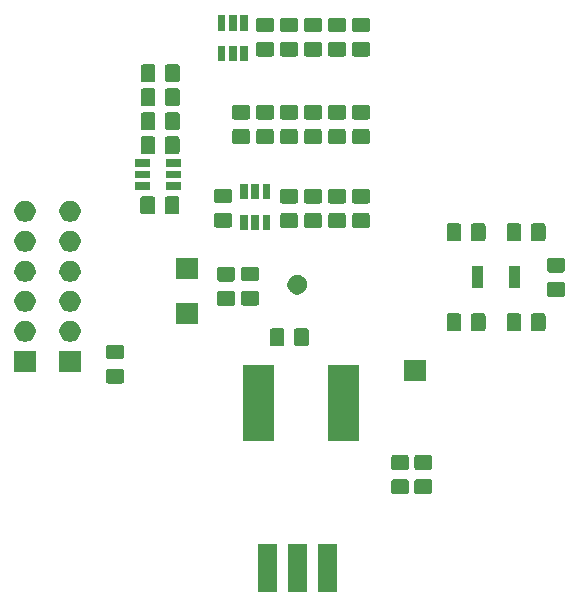
<source format=gts>
G04 #@! TF.GenerationSoftware,KiCad,Pcbnew,(5.1.6)-1*
G04 #@! TF.CreationDate,2020-10-27T13:23:37+01:00*
G04 #@! TF.ProjectId,SoundModulev2,536f756e-644d-46f6-9475-6c6576322e6b,rev?*
G04 #@! TF.SameCoordinates,Original*
G04 #@! TF.FileFunction,Soldermask,Top*
G04 #@! TF.FilePolarity,Negative*
%FSLAX46Y46*%
G04 Gerber Fmt 4.6, Leading zero omitted, Abs format (unit mm)*
G04 Created by KiCad (PCBNEW (5.1.6)-1) date 2020-10-27 13:23:37*
%MOMM*%
%LPD*%
G01*
G04 APERTURE LIST*
%ADD10C,0.100000*%
G04 APERTURE END LIST*
D10*
G36*
X125834340Y-103969520D02*
G01*
X124208340Y-103969520D01*
X124208340Y-99867520D01*
X125834340Y-99867520D01*
X125834340Y-103969520D01*
G37*
G36*
X123294340Y-103969520D02*
G01*
X121668340Y-103969520D01*
X121668340Y-99867520D01*
X123294340Y-99867520D01*
X123294340Y-103969520D01*
G37*
G36*
X120754340Y-103969520D02*
G01*
X119128340Y-103969520D01*
X119128340Y-99867520D01*
X120754340Y-99867520D01*
X120754340Y-103969520D01*
G37*
G36*
X131723794Y-94435645D02*
G01*
X131761487Y-94447079D01*
X131796223Y-94465646D01*
X131826668Y-94490632D01*
X131851654Y-94521077D01*
X131870221Y-94555813D01*
X131881655Y-94593506D01*
X131886120Y-94638841D01*
X131886120Y-95475519D01*
X131881655Y-95520854D01*
X131870221Y-95558547D01*
X131851654Y-95593283D01*
X131826668Y-95623728D01*
X131796223Y-95648714D01*
X131761487Y-95667281D01*
X131723794Y-95678715D01*
X131678459Y-95683180D01*
X130591781Y-95683180D01*
X130546446Y-95678715D01*
X130508753Y-95667281D01*
X130474017Y-95648714D01*
X130443572Y-95623728D01*
X130418586Y-95593283D01*
X130400019Y-95558547D01*
X130388585Y-95520854D01*
X130384120Y-95475519D01*
X130384120Y-94638841D01*
X130388585Y-94593506D01*
X130400019Y-94555813D01*
X130418586Y-94521077D01*
X130443572Y-94490632D01*
X130474017Y-94465646D01*
X130508753Y-94447079D01*
X130546446Y-94435645D01*
X130591781Y-94431180D01*
X131678459Y-94431180D01*
X131723794Y-94435645D01*
G37*
G36*
X133692294Y-94435645D02*
G01*
X133729987Y-94447079D01*
X133764723Y-94465646D01*
X133795168Y-94490632D01*
X133820154Y-94521077D01*
X133838721Y-94555813D01*
X133850155Y-94593506D01*
X133854620Y-94638841D01*
X133854620Y-95475519D01*
X133850155Y-95520854D01*
X133838721Y-95558547D01*
X133820154Y-95593283D01*
X133795168Y-95623728D01*
X133764723Y-95648714D01*
X133729987Y-95667281D01*
X133692294Y-95678715D01*
X133646959Y-95683180D01*
X132560281Y-95683180D01*
X132514946Y-95678715D01*
X132477253Y-95667281D01*
X132442517Y-95648714D01*
X132412072Y-95623728D01*
X132387086Y-95593283D01*
X132368519Y-95558547D01*
X132357085Y-95520854D01*
X132352620Y-95475519D01*
X132352620Y-94638841D01*
X132357085Y-94593506D01*
X132368519Y-94555813D01*
X132387086Y-94521077D01*
X132412072Y-94490632D01*
X132442517Y-94465646D01*
X132477253Y-94447079D01*
X132514946Y-94435645D01*
X132560281Y-94431180D01*
X133646959Y-94431180D01*
X133692294Y-94435645D01*
G37*
G36*
X133692294Y-92385645D02*
G01*
X133729987Y-92397079D01*
X133764723Y-92415646D01*
X133795168Y-92440632D01*
X133820154Y-92471077D01*
X133838721Y-92505813D01*
X133850155Y-92543506D01*
X133854620Y-92588841D01*
X133854620Y-93425519D01*
X133850155Y-93470854D01*
X133838721Y-93508547D01*
X133820154Y-93543283D01*
X133795168Y-93573728D01*
X133764723Y-93598714D01*
X133729987Y-93617281D01*
X133692294Y-93628715D01*
X133646959Y-93633180D01*
X132560281Y-93633180D01*
X132514946Y-93628715D01*
X132477253Y-93617281D01*
X132442517Y-93598714D01*
X132412072Y-93573728D01*
X132387086Y-93543283D01*
X132368519Y-93508547D01*
X132357085Y-93470854D01*
X132352620Y-93425519D01*
X132352620Y-92588841D01*
X132357085Y-92543506D01*
X132368519Y-92505813D01*
X132387086Y-92471077D01*
X132412072Y-92440632D01*
X132442517Y-92415646D01*
X132477253Y-92397079D01*
X132514946Y-92385645D01*
X132560281Y-92381180D01*
X133646959Y-92381180D01*
X133692294Y-92385645D01*
G37*
G36*
X131723794Y-92385645D02*
G01*
X131761487Y-92397079D01*
X131796223Y-92415646D01*
X131826668Y-92440632D01*
X131851654Y-92471077D01*
X131870221Y-92505813D01*
X131881655Y-92543506D01*
X131886120Y-92588841D01*
X131886120Y-93425519D01*
X131881655Y-93470854D01*
X131870221Y-93508547D01*
X131851654Y-93543283D01*
X131826668Y-93573728D01*
X131796223Y-93598714D01*
X131761487Y-93617281D01*
X131723794Y-93628715D01*
X131678459Y-93633180D01*
X130591781Y-93633180D01*
X130546446Y-93628715D01*
X130508753Y-93617281D01*
X130474017Y-93598714D01*
X130443572Y-93573728D01*
X130418586Y-93543283D01*
X130400019Y-93508547D01*
X130388585Y-93470854D01*
X130384120Y-93425519D01*
X130384120Y-92588841D01*
X130388585Y-92543506D01*
X130400019Y-92505813D01*
X130418586Y-92471077D01*
X130443572Y-92440632D01*
X130474017Y-92415646D01*
X130508753Y-92397079D01*
X130546446Y-92385645D01*
X130591781Y-92381180D01*
X131678459Y-92381180D01*
X131723794Y-92385645D01*
G37*
G36*
X127634620Y-91195680D02*
G01*
X125032620Y-91195680D01*
X125032620Y-84793680D01*
X127634620Y-84793680D01*
X127634620Y-91195680D01*
G37*
G36*
X120434620Y-91195680D02*
G01*
X117832620Y-91195680D01*
X117832620Y-84793680D01*
X120434620Y-84793680D01*
X120434620Y-91195680D01*
G37*
G36*
X107593794Y-85083145D02*
G01*
X107631487Y-85094579D01*
X107666223Y-85113146D01*
X107696668Y-85138132D01*
X107721654Y-85168577D01*
X107740221Y-85203313D01*
X107751655Y-85241006D01*
X107756120Y-85286341D01*
X107756120Y-86123019D01*
X107751655Y-86168354D01*
X107740221Y-86206047D01*
X107721654Y-86240783D01*
X107696668Y-86271228D01*
X107666223Y-86296214D01*
X107631487Y-86314781D01*
X107593794Y-86326215D01*
X107548459Y-86330680D01*
X106461781Y-86330680D01*
X106416446Y-86326215D01*
X106378753Y-86314781D01*
X106344017Y-86296214D01*
X106313572Y-86271228D01*
X106288586Y-86240783D01*
X106270019Y-86206047D01*
X106258585Y-86168354D01*
X106254120Y-86123019D01*
X106254120Y-85286341D01*
X106258585Y-85241006D01*
X106270019Y-85203313D01*
X106288586Y-85168577D01*
X106313572Y-85138132D01*
X106344017Y-85113146D01*
X106378753Y-85094579D01*
X106416446Y-85083145D01*
X106461781Y-85078680D01*
X107548459Y-85078680D01*
X107593794Y-85083145D01*
G37*
G36*
X133306120Y-86097680D02*
G01*
X131504120Y-86097680D01*
X131504120Y-84295680D01*
X133306120Y-84295680D01*
X133306120Y-86097680D01*
G37*
G36*
X100286120Y-85335680D02*
G01*
X98484120Y-85335680D01*
X98484120Y-83533680D01*
X100286120Y-83533680D01*
X100286120Y-85335680D01*
G37*
G36*
X104096120Y-85335680D02*
G01*
X102294120Y-85335680D01*
X102294120Y-83533680D01*
X104096120Y-83533680D01*
X104096120Y-85335680D01*
G37*
G36*
X107593794Y-83033145D02*
G01*
X107631487Y-83044579D01*
X107666223Y-83063146D01*
X107696668Y-83088132D01*
X107721654Y-83118577D01*
X107740221Y-83153313D01*
X107751655Y-83191006D01*
X107756120Y-83236341D01*
X107756120Y-84073019D01*
X107751655Y-84118354D01*
X107740221Y-84156047D01*
X107721654Y-84190783D01*
X107696668Y-84221228D01*
X107666223Y-84246214D01*
X107631487Y-84264781D01*
X107593794Y-84276215D01*
X107548459Y-84280680D01*
X106461781Y-84280680D01*
X106416446Y-84276215D01*
X106378753Y-84264781D01*
X106344017Y-84246214D01*
X106313572Y-84221228D01*
X106288586Y-84190783D01*
X106270019Y-84156047D01*
X106258585Y-84118354D01*
X106254120Y-84073019D01*
X106254120Y-83236341D01*
X106258585Y-83191006D01*
X106270019Y-83153313D01*
X106288586Y-83118577D01*
X106313572Y-83088132D01*
X106344017Y-83063146D01*
X106378753Y-83044579D01*
X106416446Y-83033145D01*
X106461781Y-83028680D01*
X107548459Y-83028680D01*
X107593794Y-83033145D01*
G37*
G36*
X123234794Y-81656145D02*
G01*
X123272487Y-81667579D01*
X123307223Y-81686146D01*
X123337668Y-81711132D01*
X123362654Y-81741577D01*
X123381221Y-81776313D01*
X123392655Y-81814006D01*
X123397120Y-81859341D01*
X123397120Y-82946019D01*
X123392655Y-82991354D01*
X123381221Y-83029047D01*
X123362654Y-83063783D01*
X123337668Y-83094228D01*
X123307223Y-83119214D01*
X123272487Y-83137781D01*
X123234794Y-83149215D01*
X123189459Y-83153680D01*
X122352781Y-83153680D01*
X122307446Y-83149215D01*
X122269753Y-83137781D01*
X122235017Y-83119214D01*
X122204572Y-83094228D01*
X122179586Y-83063783D01*
X122161019Y-83029047D01*
X122149585Y-82991354D01*
X122145120Y-82946019D01*
X122145120Y-81859341D01*
X122149585Y-81814006D01*
X122161019Y-81776313D01*
X122179586Y-81741577D01*
X122204572Y-81711132D01*
X122235017Y-81686146D01*
X122269753Y-81667579D01*
X122307446Y-81656145D01*
X122352781Y-81651680D01*
X123189459Y-81651680D01*
X123234794Y-81656145D01*
G37*
G36*
X121184794Y-81656145D02*
G01*
X121222487Y-81667579D01*
X121257223Y-81686146D01*
X121287668Y-81711132D01*
X121312654Y-81741577D01*
X121331221Y-81776313D01*
X121342655Y-81814006D01*
X121347120Y-81859341D01*
X121347120Y-82946019D01*
X121342655Y-82991354D01*
X121331221Y-83029047D01*
X121312654Y-83063783D01*
X121287668Y-83094228D01*
X121257223Y-83119214D01*
X121222487Y-83137781D01*
X121184794Y-83149215D01*
X121139459Y-83153680D01*
X120302781Y-83153680D01*
X120257446Y-83149215D01*
X120219753Y-83137781D01*
X120185017Y-83119214D01*
X120154572Y-83094228D01*
X120129586Y-83063783D01*
X120111019Y-83029047D01*
X120099585Y-82991354D01*
X120095120Y-82946019D01*
X120095120Y-81859341D01*
X120099585Y-81814006D01*
X120111019Y-81776313D01*
X120129586Y-81741577D01*
X120154572Y-81711132D01*
X120185017Y-81686146D01*
X120219753Y-81667579D01*
X120257446Y-81656145D01*
X120302781Y-81651680D01*
X121139459Y-81651680D01*
X121184794Y-81656145D01*
G37*
G36*
X99498632Y-80998607D02*
G01*
X99647932Y-81028304D01*
X99811904Y-81096224D01*
X99959474Y-81194827D01*
X100084973Y-81320326D01*
X100183576Y-81467896D01*
X100251496Y-81631868D01*
X100286120Y-81805939D01*
X100286120Y-81983421D01*
X100251496Y-82157492D01*
X100183576Y-82321464D01*
X100084973Y-82469034D01*
X99959474Y-82594533D01*
X99811904Y-82693136D01*
X99647932Y-82761056D01*
X99498632Y-82790753D01*
X99473862Y-82795680D01*
X99296378Y-82795680D01*
X99271608Y-82790753D01*
X99122308Y-82761056D01*
X98958336Y-82693136D01*
X98810766Y-82594533D01*
X98685267Y-82469034D01*
X98586664Y-82321464D01*
X98518744Y-82157492D01*
X98484120Y-81983421D01*
X98484120Y-81805939D01*
X98518744Y-81631868D01*
X98586664Y-81467896D01*
X98685267Y-81320326D01*
X98810766Y-81194827D01*
X98958336Y-81096224D01*
X99122308Y-81028304D01*
X99271608Y-80998607D01*
X99296378Y-80993680D01*
X99473862Y-80993680D01*
X99498632Y-80998607D01*
G37*
G36*
X103308632Y-80998607D02*
G01*
X103457932Y-81028304D01*
X103621904Y-81096224D01*
X103769474Y-81194827D01*
X103894973Y-81320326D01*
X103993576Y-81467896D01*
X104061496Y-81631868D01*
X104096120Y-81805939D01*
X104096120Y-81983421D01*
X104061496Y-82157492D01*
X103993576Y-82321464D01*
X103894973Y-82469034D01*
X103769474Y-82594533D01*
X103621904Y-82693136D01*
X103457932Y-82761056D01*
X103308632Y-82790753D01*
X103283862Y-82795680D01*
X103106378Y-82795680D01*
X103081608Y-82790753D01*
X102932308Y-82761056D01*
X102768336Y-82693136D01*
X102620766Y-82594533D01*
X102495267Y-82469034D01*
X102396664Y-82321464D01*
X102328744Y-82157492D01*
X102294120Y-81983421D01*
X102294120Y-81805939D01*
X102328744Y-81631868D01*
X102396664Y-81467896D01*
X102495267Y-81320326D01*
X102620766Y-81194827D01*
X102768336Y-81096224D01*
X102932308Y-81028304D01*
X103081608Y-80998607D01*
X103106378Y-80993680D01*
X103283862Y-80993680D01*
X103308632Y-80998607D01*
G37*
G36*
X136161794Y-80386145D02*
G01*
X136199487Y-80397579D01*
X136234223Y-80416146D01*
X136264668Y-80441132D01*
X136289654Y-80471577D01*
X136308221Y-80506313D01*
X136319655Y-80544006D01*
X136324120Y-80589341D01*
X136324120Y-81676019D01*
X136319655Y-81721354D01*
X136308221Y-81759047D01*
X136289654Y-81793783D01*
X136264668Y-81824228D01*
X136234223Y-81849214D01*
X136199487Y-81867781D01*
X136161794Y-81879215D01*
X136116459Y-81883680D01*
X135279781Y-81883680D01*
X135234446Y-81879215D01*
X135196753Y-81867781D01*
X135162017Y-81849214D01*
X135131572Y-81824228D01*
X135106586Y-81793783D01*
X135088019Y-81759047D01*
X135076585Y-81721354D01*
X135072120Y-81676019D01*
X135072120Y-80589341D01*
X135076585Y-80544006D01*
X135088019Y-80506313D01*
X135106586Y-80471577D01*
X135131572Y-80441132D01*
X135162017Y-80416146D01*
X135196753Y-80397579D01*
X135234446Y-80386145D01*
X135279781Y-80381680D01*
X136116459Y-80381680D01*
X136161794Y-80386145D01*
G37*
G36*
X138211794Y-80386145D02*
G01*
X138249487Y-80397579D01*
X138284223Y-80416146D01*
X138314668Y-80441132D01*
X138339654Y-80471577D01*
X138358221Y-80506313D01*
X138369655Y-80544006D01*
X138374120Y-80589341D01*
X138374120Y-81676019D01*
X138369655Y-81721354D01*
X138358221Y-81759047D01*
X138339654Y-81793783D01*
X138314668Y-81824228D01*
X138284223Y-81849214D01*
X138249487Y-81867781D01*
X138211794Y-81879215D01*
X138166459Y-81883680D01*
X137329781Y-81883680D01*
X137284446Y-81879215D01*
X137246753Y-81867781D01*
X137212017Y-81849214D01*
X137181572Y-81824228D01*
X137156586Y-81793783D01*
X137138019Y-81759047D01*
X137126585Y-81721354D01*
X137122120Y-81676019D01*
X137122120Y-80589341D01*
X137126585Y-80544006D01*
X137138019Y-80506313D01*
X137156586Y-80471577D01*
X137181572Y-80441132D01*
X137212017Y-80416146D01*
X137246753Y-80397579D01*
X137284446Y-80386145D01*
X137329781Y-80381680D01*
X138166459Y-80381680D01*
X138211794Y-80386145D01*
G37*
G36*
X141241794Y-80386145D02*
G01*
X141279487Y-80397579D01*
X141314223Y-80416146D01*
X141344668Y-80441132D01*
X141369654Y-80471577D01*
X141388221Y-80506313D01*
X141399655Y-80544006D01*
X141404120Y-80589341D01*
X141404120Y-81676019D01*
X141399655Y-81721354D01*
X141388221Y-81759047D01*
X141369654Y-81793783D01*
X141344668Y-81824228D01*
X141314223Y-81849214D01*
X141279487Y-81867781D01*
X141241794Y-81879215D01*
X141196459Y-81883680D01*
X140359781Y-81883680D01*
X140314446Y-81879215D01*
X140276753Y-81867781D01*
X140242017Y-81849214D01*
X140211572Y-81824228D01*
X140186586Y-81793783D01*
X140168019Y-81759047D01*
X140156585Y-81721354D01*
X140152120Y-81676019D01*
X140152120Y-80589341D01*
X140156585Y-80544006D01*
X140168019Y-80506313D01*
X140186586Y-80471577D01*
X140211572Y-80441132D01*
X140242017Y-80416146D01*
X140276753Y-80397579D01*
X140314446Y-80386145D01*
X140359781Y-80381680D01*
X141196459Y-80381680D01*
X141241794Y-80386145D01*
G37*
G36*
X143291794Y-80386145D02*
G01*
X143329487Y-80397579D01*
X143364223Y-80416146D01*
X143394668Y-80441132D01*
X143419654Y-80471577D01*
X143438221Y-80506313D01*
X143449655Y-80544006D01*
X143454120Y-80589341D01*
X143454120Y-81676019D01*
X143449655Y-81721354D01*
X143438221Y-81759047D01*
X143419654Y-81793783D01*
X143394668Y-81824228D01*
X143364223Y-81849214D01*
X143329487Y-81867781D01*
X143291794Y-81879215D01*
X143246459Y-81883680D01*
X142409781Y-81883680D01*
X142364446Y-81879215D01*
X142326753Y-81867781D01*
X142292017Y-81849214D01*
X142261572Y-81824228D01*
X142236586Y-81793783D01*
X142218019Y-81759047D01*
X142206585Y-81721354D01*
X142202120Y-81676019D01*
X142202120Y-80589341D01*
X142206585Y-80544006D01*
X142218019Y-80506313D01*
X142236586Y-80471577D01*
X142261572Y-80441132D01*
X142292017Y-80416146D01*
X142326753Y-80397579D01*
X142364446Y-80386145D01*
X142409781Y-80381680D01*
X143246459Y-80381680D01*
X143291794Y-80386145D01*
G37*
G36*
X114002120Y-81271680D02*
G01*
X112200120Y-81271680D01*
X112200120Y-79469680D01*
X114002120Y-79469680D01*
X114002120Y-81271680D01*
G37*
G36*
X103308632Y-78458607D02*
G01*
X103457932Y-78488304D01*
X103621904Y-78556224D01*
X103769474Y-78654827D01*
X103894973Y-78780326D01*
X103993576Y-78927896D01*
X104061496Y-79091868D01*
X104096120Y-79265939D01*
X104096120Y-79443421D01*
X104061496Y-79617492D01*
X103993576Y-79781464D01*
X103894973Y-79929034D01*
X103769474Y-80054533D01*
X103621904Y-80153136D01*
X103457932Y-80221056D01*
X103308632Y-80250753D01*
X103283862Y-80255680D01*
X103106378Y-80255680D01*
X103081608Y-80250753D01*
X102932308Y-80221056D01*
X102768336Y-80153136D01*
X102620766Y-80054533D01*
X102495267Y-79929034D01*
X102396664Y-79781464D01*
X102328744Y-79617492D01*
X102294120Y-79443421D01*
X102294120Y-79265939D01*
X102328744Y-79091868D01*
X102396664Y-78927896D01*
X102495267Y-78780326D01*
X102620766Y-78654827D01*
X102768336Y-78556224D01*
X102932308Y-78488304D01*
X103081608Y-78458607D01*
X103106378Y-78453680D01*
X103283862Y-78453680D01*
X103308632Y-78458607D01*
G37*
G36*
X99498632Y-78458607D02*
G01*
X99647932Y-78488304D01*
X99811904Y-78556224D01*
X99959474Y-78654827D01*
X100084973Y-78780326D01*
X100183576Y-78927896D01*
X100251496Y-79091868D01*
X100286120Y-79265939D01*
X100286120Y-79443421D01*
X100251496Y-79617492D01*
X100183576Y-79781464D01*
X100084973Y-79929034D01*
X99959474Y-80054533D01*
X99811904Y-80153136D01*
X99647932Y-80221056D01*
X99498632Y-80250753D01*
X99473862Y-80255680D01*
X99296378Y-80255680D01*
X99271608Y-80250753D01*
X99122308Y-80221056D01*
X98958336Y-80153136D01*
X98810766Y-80054533D01*
X98685267Y-79929034D01*
X98586664Y-79781464D01*
X98518744Y-79617492D01*
X98484120Y-79443421D01*
X98484120Y-79265939D01*
X98518744Y-79091868D01*
X98586664Y-78927896D01*
X98685267Y-78780326D01*
X98810766Y-78654827D01*
X98958336Y-78556224D01*
X99122308Y-78488304D01*
X99271608Y-78458607D01*
X99296378Y-78453680D01*
X99473862Y-78453680D01*
X99498632Y-78458607D01*
G37*
G36*
X116991794Y-78488145D02*
G01*
X117029487Y-78499579D01*
X117064223Y-78518146D01*
X117094668Y-78543132D01*
X117119654Y-78573577D01*
X117138221Y-78608313D01*
X117149655Y-78646006D01*
X117154120Y-78691341D01*
X117154120Y-79528019D01*
X117149655Y-79573354D01*
X117138221Y-79611047D01*
X117119654Y-79645783D01*
X117094668Y-79676228D01*
X117064223Y-79701214D01*
X117029487Y-79719781D01*
X116991794Y-79731215D01*
X116946459Y-79735680D01*
X115859781Y-79735680D01*
X115814446Y-79731215D01*
X115776753Y-79719781D01*
X115742017Y-79701214D01*
X115711572Y-79676228D01*
X115686586Y-79645783D01*
X115668019Y-79611047D01*
X115656585Y-79573354D01*
X115652120Y-79528019D01*
X115652120Y-78691341D01*
X115656585Y-78646006D01*
X115668019Y-78608313D01*
X115686586Y-78573577D01*
X115711572Y-78543132D01*
X115742017Y-78518146D01*
X115776753Y-78499579D01*
X115814446Y-78488145D01*
X115859781Y-78483680D01*
X116946459Y-78483680D01*
X116991794Y-78488145D01*
G37*
G36*
X119023794Y-78479145D02*
G01*
X119061487Y-78490579D01*
X119096223Y-78509146D01*
X119126668Y-78534132D01*
X119151654Y-78564577D01*
X119170221Y-78599313D01*
X119181655Y-78637006D01*
X119186120Y-78682341D01*
X119186120Y-79519019D01*
X119181655Y-79564354D01*
X119170221Y-79602047D01*
X119151654Y-79636783D01*
X119126668Y-79667228D01*
X119096223Y-79692214D01*
X119061487Y-79710781D01*
X119023794Y-79722215D01*
X118978459Y-79726680D01*
X117891781Y-79726680D01*
X117846446Y-79722215D01*
X117808753Y-79710781D01*
X117774017Y-79692214D01*
X117743572Y-79667228D01*
X117718586Y-79636783D01*
X117700019Y-79602047D01*
X117688585Y-79564354D01*
X117684120Y-79519019D01*
X117684120Y-78682341D01*
X117688585Y-78637006D01*
X117700019Y-78599313D01*
X117718586Y-78564577D01*
X117743572Y-78534132D01*
X117774017Y-78509146D01*
X117808753Y-78490579D01*
X117846446Y-78479145D01*
X117891781Y-78474680D01*
X118978459Y-78474680D01*
X119023794Y-78479145D01*
G37*
G36*
X144931794Y-77726145D02*
G01*
X144969487Y-77737579D01*
X145004223Y-77756146D01*
X145034668Y-77781132D01*
X145059654Y-77811577D01*
X145078221Y-77846313D01*
X145089655Y-77884006D01*
X145094120Y-77929341D01*
X145094120Y-78766019D01*
X145089655Y-78811354D01*
X145078221Y-78849047D01*
X145059654Y-78883783D01*
X145034668Y-78914228D01*
X145004223Y-78939214D01*
X144969487Y-78957781D01*
X144931794Y-78969215D01*
X144886459Y-78973680D01*
X143799781Y-78973680D01*
X143754446Y-78969215D01*
X143716753Y-78957781D01*
X143682017Y-78939214D01*
X143651572Y-78914228D01*
X143626586Y-78883783D01*
X143608019Y-78849047D01*
X143596585Y-78811354D01*
X143592120Y-78766019D01*
X143592120Y-77929341D01*
X143596585Y-77884006D01*
X143608019Y-77846313D01*
X143626586Y-77811577D01*
X143651572Y-77781132D01*
X143682017Y-77756146D01*
X143716753Y-77737579D01*
X143754446Y-77726145D01*
X143799781Y-77721680D01*
X144886459Y-77721680D01*
X144931794Y-77726145D01*
G37*
G36*
X122673014Y-77159614D02*
G01*
X122824244Y-77222256D01*
X122824246Y-77222257D01*
X122960352Y-77313200D01*
X123076100Y-77428948D01*
X123166818Y-77564718D01*
X123167044Y-77565056D01*
X123229686Y-77716286D01*
X123261620Y-77876832D01*
X123261620Y-78040528D01*
X123229686Y-78201074D01*
X123199611Y-78273680D01*
X123167043Y-78352306D01*
X123076100Y-78488412D01*
X122960352Y-78604160D01*
X122824246Y-78695103D01*
X122824245Y-78695104D01*
X122824244Y-78695104D01*
X122673014Y-78757746D01*
X122512468Y-78789680D01*
X122348772Y-78789680D01*
X122188226Y-78757746D01*
X122036996Y-78695104D01*
X122036995Y-78695104D01*
X122036994Y-78695103D01*
X121900888Y-78604160D01*
X121785140Y-78488412D01*
X121694197Y-78352306D01*
X121661629Y-78273680D01*
X121631554Y-78201074D01*
X121599620Y-78040528D01*
X121599620Y-77876832D01*
X121631554Y-77716286D01*
X121694196Y-77565056D01*
X121694422Y-77564718D01*
X121785140Y-77428948D01*
X121900888Y-77313200D01*
X122036994Y-77222257D01*
X122036996Y-77222256D01*
X122188226Y-77159614D01*
X122348772Y-77127680D01*
X122512468Y-77127680D01*
X122673014Y-77159614D01*
G37*
G36*
X141314120Y-78273680D02*
G01*
X140362120Y-78273680D01*
X140362120Y-76371680D01*
X141314120Y-76371680D01*
X141314120Y-78273680D01*
G37*
G36*
X138164120Y-78273680D02*
G01*
X137212120Y-78273680D01*
X137212120Y-76371680D01*
X138164120Y-76371680D01*
X138164120Y-78273680D01*
G37*
G36*
X99498632Y-75918607D02*
G01*
X99647932Y-75948304D01*
X99811904Y-76016224D01*
X99959474Y-76114827D01*
X100084973Y-76240326D01*
X100183576Y-76387896D01*
X100251496Y-76551868D01*
X100269773Y-76643755D01*
X100286120Y-76725938D01*
X100286120Y-76903422D01*
X100282090Y-76923680D01*
X100251496Y-77077492D01*
X100183576Y-77241464D01*
X100084973Y-77389034D01*
X99959474Y-77514533D01*
X99811904Y-77613136D01*
X99647932Y-77681056D01*
X99498632Y-77710753D01*
X99473862Y-77715680D01*
X99296378Y-77715680D01*
X99271608Y-77710753D01*
X99122308Y-77681056D01*
X98958336Y-77613136D01*
X98810766Y-77514533D01*
X98685267Y-77389034D01*
X98586664Y-77241464D01*
X98518744Y-77077492D01*
X98488150Y-76923680D01*
X98484120Y-76903422D01*
X98484120Y-76725938D01*
X98500467Y-76643755D01*
X98518744Y-76551868D01*
X98586664Y-76387896D01*
X98685267Y-76240326D01*
X98810766Y-76114827D01*
X98958336Y-76016224D01*
X99122308Y-75948304D01*
X99271608Y-75918607D01*
X99296378Y-75913680D01*
X99473862Y-75913680D01*
X99498632Y-75918607D01*
G37*
G36*
X103308632Y-75918607D02*
G01*
X103457932Y-75948304D01*
X103621904Y-76016224D01*
X103769474Y-76114827D01*
X103894973Y-76240326D01*
X103993576Y-76387896D01*
X104061496Y-76551868D01*
X104079773Y-76643755D01*
X104096120Y-76725938D01*
X104096120Y-76903422D01*
X104092090Y-76923680D01*
X104061496Y-77077492D01*
X103993576Y-77241464D01*
X103894973Y-77389034D01*
X103769474Y-77514533D01*
X103621904Y-77613136D01*
X103457932Y-77681056D01*
X103308632Y-77710753D01*
X103283862Y-77715680D01*
X103106378Y-77715680D01*
X103081608Y-77710753D01*
X102932308Y-77681056D01*
X102768336Y-77613136D01*
X102620766Y-77514533D01*
X102495267Y-77389034D01*
X102396664Y-77241464D01*
X102328744Y-77077492D01*
X102298150Y-76923680D01*
X102294120Y-76903422D01*
X102294120Y-76725938D01*
X102310467Y-76643755D01*
X102328744Y-76551868D01*
X102396664Y-76387896D01*
X102495267Y-76240326D01*
X102620766Y-76114827D01*
X102768336Y-76016224D01*
X102932308Y-75948304D01*
X103081608Y-75918607D01*
X103106378Y-75913680D01*
X103283862Y-75913680D01*
X103308632Y-75918607D01*
G37*
G36*
X116991794Y-76438145D02*
G01*
X117029487Y-76449579D01*
X117064223Y-76468146D01*
X117094668Y-76493132D01*
X117119654Y-76523577D01*
X117138221Y-76558313D01*
X117149655Y-76596006D01*
X117154120Y-76641341D01*
X117154120Y-77478019D01*
X117149655Y-77523354D01*
X117138221Y-77561047D01*
X117119654Y-77595783D01*
X117094668Y-77626228D01*
X117064223Y-77651214D01*
X117029487Y-77669781D01*
X116991794Y-77681215D01*
X116946459Y-77685680D01*
X115859781Y-77685680D01*
X115814446Y-77681215D01*
X115776753Y-77669781D01*
X115742017Y-77651214D01*
X115711572Y-77626228D01*
X115686586Y-77595783D01*
X115668019Y-77561047D01*
X115656585Y-77523354D01*
X115652120Y-77478019D01*
X115652120Y-76641341D01*
X115656585Y-76596006D01*
X115668019Y-76558313D01*
X115686586Y-76523577D01*
X115711572Y-76493132D01*
X115742017Y-76468146D01*
X115776753Y-76449579D01*
X115814446Y-76438145D01*
X115859781Y-76433680D01*
X116946459Y-76433680D01*
X116991794Y-76438145D01*
G37*
G36*
X119023794Y-76429145D02*
G01*
X119061487Y-76440579D01*
X119096223Y-76459146D01*
X119126668Y-76484132D01*
X119151654Y-76514577D01*
X119170221Y-76549313D01*
X119181655Y-76587006D01*
X119186120Y-76632341D01*
X119186120Y-77469019D01*
X119181655Y-77514354D01*
X119170221Y-77552047D01*
X119151654Y-77586783D01*
X119126668Y-77617228D01*
X119096223Y-77642214D01*
X119061487Y-77660781D01*
X119023794Y-77672215D01*
X118978459Y-77676680D01*
X117891781Y-77676680D01*
X117846446Y-77672215D01*
X117808753Y-77660781D01*
X117774017Y-77642214D01*
X117743572Y-77617228D01*
X117718586Y-77586783D01*
X117700019Y-77552047D01*
X117688585Y-77514354D01*
X117684120Y-77469019D01*
X117684120Y-76632341D01*
X117688585Y-76587006D01*
X117700019Y-76549313D01*
X117718586Y-76514577D01*
X117743572Y-76484132D01*
X117774017Y-76459146D01*
X117808753Y-76440579D01*
X117846446Y-76429145D01*
X117891781Y-76424680D01*
X118978459Y-76424680D01*
X119023794Y-76429145D01*
G37*
G36*
X114002120Y-77461680D02*
G01*
X112200120Y-77461680D01*
X112200120Y-75659680D01*
X114002120Y-75659680D01*
X114002120Y-77461680D01*
G37*
G36*
X144931794Y-75676145D02*
G01*
X144969487Y-75687579D01*
X145004223Y-75706146D01*
X145034668Y-75731132D01*
X145059654Y-75761577D01*
X145078221Y-75796313D01*
X145089655Y-75834006D01*
X145094120Y-75879341D01*
X145094120Y-76716019D01*
X145089655Y-76761354D01*
X145078221Y-76799047D01*
X145059654Y-76833783D01*
X145034668Y-76864228D01*
X145004223Y-76889214D01*
X144969487Y-76907781D01*
X144931794Y-76919215D01*
X144886459Y-76923680D01*
X143799781Y-76923680D01*
X143754446Y-76919215D01*
X143716753Y-76907781D01*
X143682017Y-76889214D01*
X143651572Y-76864228D01*
X143626586Y-76833783D01*
X143608019Y-76799047D01*
X143596585Y-76761354D01*
X143592120Y-76716019D01*
X143592120Y-75879341D01*
X143596585Y-75834006D01*
X143608019Y-75796313D01*
X143626586Y-75761577D01*
X143651572Y-75731132D01*
X143682017Y-75706146D01*
X143716753Y-75687579D01*
X143754446Y-75676145D01*
X143799781Y-75671680D01*
X144886459Y-75671680D01*
X144931794Y-75676145D01*
G37*
G36*
X103308632Y-73378607D02*
G01*
X103457932Y-73408304D01*
X103621904Y-73476224D01*
X103769474Y-73574827D01*
X103894973Y-73700326D01*
X103993576Y-73847896D01*
X104061496Y-74011868D01*
X104096120Y-74185939D01*
X104096120Y-74363421D01*
X104061496Y-74537492D01*
X103993576Y-74701464D01*
X103894973Y-74849034D01*
X103769474Y-74974533D01*
X103621904Y-75073136D01*
X103457932Y-75141056D01*
X103308632Y-75170753D01*
X103283862Y-75175680D01*
X103106378Y-75175680D01*
X103081608Y-75170753D01*
X102932308Y-75141056D01*
X102768336Y-75073136D01*
X102620766Y-74974533D01*
X102495267Y-74849034D01*
X102396664Y-74701464D01*
X102328744Y-74537492D01*
X102294120Y-74363421D01*
X102294120Y-74185939D01*
X102328744Y-74011868D01*
X102396664Y-73847896D01*
X102495267Y-73700326D01*
X102620766Y-73574827D01*
X102768336Y-73476224D01*
X102932308Y-73408304D01*
X103081608Y-73378607D01*
X103106378Y-73373680D01*
X103283862Y-73373680D01*
X103308632Y-73378607D01*
G37*
G36*
X99498632Y-73378607D02*
G01*
X99647932Y-73408304D01*
X99811904Y-73476224D01*
X99959474Y-73574827D01*
X100084973Y-73700326D01*
X100183576Y-73847896D01*
X100251496Y-74011868D01*
X100286120Y-74185939D01*
X100286120Y-74363421D01*
X100251496Y-74537492D01*
X100183576Y-74701464D01*
X100084973Y-74849034D01*
X99959474Y-74974533D01*
X99811904Y-75073136D01*
X99647932Y-75141056D01*
X99498632Y-75170753D01*
X99473862Y-75175680D01*
X99296378Y-75175680D01*
X99271608Y-75170753D01*
X99122308Y-75141056D01*
X98958336Y-75073136D01*
X98810766Y-74974533D01*
X98685267Y-74849034D01*
X98586664Y-74701464D01*
X98518744Y-74537492D01*
X98484120Y-74363421D01*
X98484120Y-74185939D01*
X98518744Y-74011868D01*
X98586664Y-73847896D01*
X98685267Y-73700326D01*
X98810766Y-73574827D01*
X98958336Y-73476224D01*
X99122308Y-73408304D01*
X99271608Y-73378607D01*
X99296378Y-73373680D01*
X99473862Y-73373680D01*
X99498632Y-73378607D01*
G37*
G36*
X141241794Y-72766145D02*
G01*
X141279487Y-72777579D01*
X141314223Y-72796146D01*
X141344668Y-72821132D01*
X141369654Y-72851577D01*
X141388221Y-72886313D01*
X141399655Y-72924006D01*
X141404120Y-72969341D01*
X141404120Y-74056019D01*
X141399655Y-74101354D01*
X141388221Y-74139047D01*
X141369654Y-74173783D01*
X141344668Y-74204228D01*
X141314223Y-74229214D01*
X141279487Y-74247781D01*
X141241794Y-74259215D01*
X141196459Y-74263680D01*
X140359781Y-74263680D01*
X140314446Y-74259215D01*
X140276753Y-74247781D01*
X140242017Y-74229214D01*
X140211572Y-74204228D01*
X140186586Y-74173783D01*
X140168019Y-74139047D01*
X140156585Y-74101354D01*
X140152120Y-74056019D01*
X140152120Y-72969341D01*
X140156585Y-72924006D01*
X140168019Y-72886313D01*
X140186586Y-72851577D01*
X140211572Y-72821132D01*
X140242017Y-72796146D01*
X140276753Y-72777579D01*
X140314446Y-72766145D01*
X140359781Y-72761680D01*
X141196459Y-72761680D01*
X141241794Y-72766145D01*
G37*
G36*
X138211794Y-72766145D02*
G01*
X138249487Y-72777579D01*
X138284223Y-72796146D01*
X138314668Y-72821132D01*
X138339654Y-72851577D01*
X138358221Y-72886313D01*
X138369655Y-72924006D01*
X138374120Y-72969341D01*
X138374120Y-74056019D01*
X138369655Y-74101354D01*
X138358221Y-74139047D01*
X138339654Y-74173783D01*
X138314668Y-74204228D01*
X138284223Y-74229214D01*
X138249487Y-74247781D01*
X138211794Y-74259215D01*
X138166459Y-74263680D01*
X137329781Y-74263680D01*
X137284446Y-74259215D01*
X137246753Y-74247781D01*
X137212017Y-74229214D01*
X137181572Y-74204228D01*
X137156586Y-74173783D01*
X137138019Y-74139047D01*
X137126585Y-74101354D01*
X137122120Y-74056019D01*
X137122120Y-72969341D01*
X137126585Y-72924006D01*
X137138019Y-72886313D01*
X137156586Y-72851577D01*
X137181572Y-72821132D01*
X137212017Y-72796146D01*
X137246753Y-72777579D01*
X137284446Y-72766145D01*
X137329781Y-72761680D01*
X138166459Y-72761680D01*
X138211794Y-72766145D01*
G37*
G36*
X143291794Y-72766145D02*
G01*
X143329487Y-72777579D01*
X143364223Y-72796146D01*
X143394668Y-72821132D01*
X143419654Y-72851577D01*
X143438221Y-72886313D01*
X143449655Y-72924006D01*
X143454120Y-72969341D01*
X143454120Y-74056019D01*
X143449655Y-74101354D01*
X143438221Y-74139047D01*
X143419654Y-74173783D01*
X143394668Y-74204228D01*
X143364223Y-74229214D01*
X143329487Y-74247781D01*
X143291794Y-74259215D01*
X143246459Y-74263680D01*
X142409781Y-74263680D01*
X142364446Y-74259215D01*
X142326753Y-74247781D01*
X142292017Y-74229214D01*
X142261572Y-74204228D01*
X142236586Y-74173783D01*
X142218019Y-74139047D01*
X142206585Y-74101354D01*
X142202120Y-74056019D01*
X142202120Y-72969341D01*
X142206585Y-72924006D01*
X142218019Y-72886313D01*
X142236586Y-72851577D01*
X142261572Y-72821132D01*
X142292017Y-72796146D01*
X142326753Y-72777579D01*
X142364446Y-72766145D01*
X142409781Y-72761680D01*
X143246459Y-72761680D01*
X143291794Y-72766145D01*
G37*
G36*
X136161794Y-72766145D02*
G01*
X136199487Y-72777579D01*
X136234223Y-72796146D01*
X136264668Y-72821132D01*
X136289654Y-72851577D01*
X136308221Y-72886313D01*
X136319655Y-72924006D01*
X136324120Y-72969341D01*
X136324120Y-74056019D01*
X136319655Y-74101354D01*
X136308221Y-74139047D01*
X136289654Y-74173783D01*
X136264668Y-74204228D01*
X136234223Y-74229214D01*
X136199487Y-74247781D01*
X136161794Y-74259215D01*
X136116459Y-74263680D01*
X135279781Y-74263680D01*
X135234446Y-74259215D01*
X135196753Y-74247781D01*
X135162017Y-74229214D01*
X135131572Y-74204228D01*
X135106586Y-74173783D01*
X135088019Y-74139047D01*
X135076585Y-74101354D01*
X135072120Y-74056019D01*
X135072120Y-72969341D01*
X135076585Y-72924006D01*
X135088019Y-72886313D01*
X135106586Y-72851577D01*
X135131572Y-72821132D01*
X135162017Y-72796146D01*
X135196753Y-72777579D01*
X135234446Y-72766145D01*
X135279781Y-72761680D01*
X136116459Y-72761680D01*
X136161794Y-72766145D01*
G37*
G36*
X118253120Y-73350880D02*
G01*
X117601120Y-73350880D01*
X117601120Y-72048880D01*
X118253120Y-72048880D01*
X118253120Y-73350880D01*
G37*
G36*
X119203120Y-73350880D02*
G01*
X118551120Y-73350880D01*
X118551120Y-72048880D01*
X119203120Y-72048880D01*
X119203120Y-73350880D01*
G37*
G36*
X120153120Y-73350880D02*
G01*
X119501120Y-73350880D01*
X119501120Y-72048880D01*
X120153120Y-72048880D01*
X120153120Y-73350880D01*
G37*
G36*
X128421794Y-71893145D02*
G01*
X128459487Y-71904579D01*
X128494223Y-71923146D01*
X128524668Y-71948132D01*
X128549654Y-71978577D01*
X128568221Y-72013313D01*
X128579655Y-72051006D01*
X128584120Y-72096341D01*
X128584120Y-72933019D01*
X128579655Y-72978354D01*
X128568221Y-73016047D01*
X128549654Y-73050783D01*
X128524668Y-73081228D01*
X128494223Y-73106214D01*
X128459487Y-73124781D01*
X128421794Y-73136215D01*
X128376459Y-73140680D01*
X127289781Y-73140680D01*
X127244446Y-73136215D01*
X127206753Y-73124781D01*
X127172017Y-73106214D01*
X127141572Y-73081228D01*
X127116586Y-73050783D01*
X127098019Y-73016047D01*
X127086585Y-72978354D01*
X127082120Y-72933019D01*
X127082120Y-72096341D01*
X127086585Y-72051006D01*
X127098019Y-72013313D01*
X127116586Y-71978577D01*
X127141572Y-71948132D01*
X127172017Y-71923146D01*
X127206753Y-71904579D01*
X127244446Y-71893145D01*
X127289781Y-71888680D01*
X128376459Y-71888680D01*
X128421794Y-71893145D01*
G37*
G36*
X122325794Y-71893145D02*
G01*
X122363487Y-71904579D01*
X122398223Y-71923146D01*
X122428668Y-71948132D01*
X122453654Y-71978577D01*
X122472221Y-72013313D01*
X122483655Y-72051006D01*
X122488120Y-72096341D01*
X122488120Y-72933019D01*
X122483655Y-72978354D01*
X122472221Y-73016047D01*
X122453654Y-73050783D01*
X122428668Y-73081228D01*
X122398223Y-73106214D01*
X122363487Y-73124781D01*
X122325794Y-73136215D01*
X122280459Y-73140680D01*
X121193781Y-73140680D01*
X121148446Y-73136215D01*
X121110753Y-73124781D01*
X121076017Y-73106214D01*
X121045572Y-73081228D01*
X121020586Y-73050783D01*
X121002019Y-73016047D01*
X120990585Y-72978354D01*
X120986120Y-72933019D01*
X120986120Y-72096341D01*
X120990585Y-72051006D01*
X121002019Y-72013313D01*
X121020586Y-71978577D01*
X121045572Y-71948132D01*
X121076017Y-71923146D01*
X121110753Y-71904579D01*
X121148446Y-71893145D01*
X121193781Y-71888680D01*
X122280459Y-71888680D01*
X122325794Y-71893145D01*
G37*
G36*
X124357794Y-71893145D02*
G01*
X124395487Y-71904579D01*
X124430223Y-71923146D01*
X124460668Y-71948132D01*
X124485654Y-71978577D01*
X124504221Y-72013313D01*
X124515655Y-72051006D01*
X124520120Y-72096341D01*
X124520120Y-72933019D01*
X124515655Y-72978354D01*
X124504221Y-73016047D01*
X124485654Y-73050783D01*
X124460668Y-73081228D01*
X124430223Y-73106214D01*
X124395487Y-73124781D01*
X124357794Y-73136215D01*
X124312459Y-73140680D01*
X123225781Y-73140680D01*
X123180446Y-73136215D01*
X123142753Y-73124781D01*
X123108017Y-73106214D01*
X123077572Y-73081228D01*
X123052586Y-73050783D01*
X123034019Y-73016047D01*
X123022585Y-72978354D01*
X123018120Y-72933019D01*
X123018120Y-72096341D01*
X123022585Y-72051006D01*
X123034019Y-72013313D01*
X123052586Y-71978577D01*
X123077572Y-71948132D01*
X123108017Y-71923146D01*
X123142753Y-71904579D01*
X123180446Y-71893145D01*
X123225781Y-71888680D01*
X124312459Y-71888680D01*
X124357794Y-71893145D01*
G37*
G36*
X126389794Y-71893145D02*
G01*
X126427487Y-71904579D01*
X126462223Y-71923146D01*
X126492668Y-71948132D01*
X126517654Y-71978577D01*
X126536221Y-72013313D01*
X126547655Y-72051006D01*
X126552120Y-72096341D01*
X126552120Y-72933019D01*
X126547655Y-72978354D01*
X126536221Y-73016047D01*
X126517654Y-73050783D01*
X126492668Y-73081228D01*
X126462223Y-73106214D01*
X126427487Y-73124781D01*
X126389794Y-73136215D01*
X126344459Y-73140680D01*
X125257781Y-73140680D01*
X125212446Y-73136215D01*
X125174753Y-73124781D01*
X125140017Y-73106214D01*
X125109572Y-73081228D01*
X125084586Y-73050783D01*
X125066019Y-73016047D01*
X125054585Y-72978354D01*
X125050120Y-72933019D01*
X125050120Y-72096341D01*
X125054585Y-72051006D01*
X125066019Y-72013313D01*
X125084586Y-71978577D01*
X125109572Y-71948132D01*
X125140017Y-71923146D01*
X125174753Y-71904579D01*
X125212446Y-71893145D01*
X125257781Y-71888680D01*
X126344459Y-71888680D01*
X126389794Y-71893145D01*
G37*
G36*
X116737794Y-71875145D02*
G01*
X116775487Y-71886579D01*
X116810223Y-71905146D01*
X116840668Y-71930132D01*
X116865654Y-71960577D01*
X116884221Y-71995313D01*
X116895655Y-72033006D01*
X116900120Y-72078341D01*
X116900120Y-72915019D01*
X116895655Y-72960354D01*
X116884221Y-72998047D01*
X116865654Y-73032783D01*
X116840668Y-73063228D01*
X116810223Y-73088214D01*
X116775487Y-73106781D01*
X116737794Y-73118215D01*
X116692459Y-73122680D01*
X115605781Y-73122680D01*
X115560446Y-73118215D01*
X115522753Y-73106781D01*
X115488017Y-73088214D01*
X115457572Y-73063228D01*
X115432586Y-73032783D01*
X115414019Y-72998047D01*
X115402585Y-72960354D01*
X115398120Y-72915019D01*
X115398120Y-72078341D01*
X115402585Y-72033006D01*
X115414019Y-71995313D01*
X115432586Y-71960577D01*
X115457572Y-71930132D01*
X115488017Y-71905146D01*
X115522753Y-71886579D01*
X115560446Y-71875145D01*
X115605781Y-71870680D01*
X116692459Y-71870680D01*
X116737794Y-71875145D01*
G37*
G36*
X99498632Y-70838607D02*
G01*
X99647932Y-70868304D01*
X99811904Y-70936224D01*
X99959474Y-71034827D01*
X100084973Y-71160326D01*
X100183576Y-71307896D01*
X100251496Y-71471868D01*
X100286120Y-71645939D01*
X100286120Y-71823421D01*
X100251496Y-71997492D01*
X100183576Y-72161464D01*
X100084973Y-72309034D01*
X99959474Y-72434533D01*
X99811904Y-72533136D01*
X99647932Y-72601056D01*
X99498632Y-72630753D01*
X99473862Y-72635680D01*
X99296378Y-72635680D01*
X99271608Y-72630753D01*
X99122308Y-72601056D01*
X98958336Y-72533136D01*
X98810766Y-72434533D01*
X98685267Y-72309034D01*
X98586664Y-72161464D01*
X98518744Y-71997492D01*
X98484120Y-71823421D01*
X98484120Y-71645939D01*
X98518744Y-71471868D01*
X98586664Y-71307896D01*
X98685267Y-71160326D01*
X98810766Y-71034827D01*
X98958336Y-70936224D01*
X99122308Y-70868304D01*
X99271608Y-70838607D01*
X99296378Y-70833680D01*
X99473862Y-70833680D01*
X99498632Y-70838607D01*
G37*
G36*
X103308632Y-70838607D02*
G01*
X103457932Y-70868304D01*
X103621904Y-70936224D01*
X103769474Y-71034827D01*
X103894973Y-71160326D01*
X103993576Y-71307896D01*
X104061496Y-71471868D01*
X104096120Y-71645939D01*
X104096120Y-71823421D01*
X104061496Y-71997492D01*
X103993576Y-72161464D01*
X103894973Y-72309034D01*
X103769474Y-72434533D01*
X103621904Y-72533136D01*
X103457932Y-72601056D01*
X103308632Y-72630753D01*
X103283862Y-72635680D01*
X103106378Y-72635680D01*
X103081608Y-72630753D01*
X102932308Y-72601056D01*
X102768336Y-72533136D01*
X102620766Y-72434533D01*
X102495267Y-72309034D01*
X102396664Y-72161464D01*
X102328744Y-71997492D01*
X102294120Y-71823421D01*
X102294120Y-71645939D01*
X102328744Y-71471868D01*
X102396664Y-71307896D01*
X102495267Y-71160326D01*
X102620766Y-71034827D01*
X102768336Y-70936224D01*
X102932308Y-70868304D01*
X103081608Y-70838607D01*
X103106378Y-70833680D01*
X103283862Y-70833680D01*
X103308632Y-70838607D01*
G37*
G36*
X112294794Y-70480145D02*
G01*
X112332487Y-70491579D01*
X112367223Y-70510146D01*
X112397668Y-70535132D01*
X112422654Y-70565577D01*
X112441221Y-70600313D01*
X112452655Y-70638006D01*
X112457120Y-70683341D01*
X112457120Y-71770019D01*
X112452655Y-71815354D01*
X112441221Y-71853047D01*
X112422654Y-71887783D01*
X112397668Y-71918228D01*
X112367223Y-71943214D01*
X112332487Y-71961781D01*
X112294794Y-71973215D01*
X112249459Y-71977680D01*
X111412781Y-71977680D01*
X111367446Y-71973215D01*
X111329753Y-71961781D01*
X111295017Y-71943214D01*
X111264572Y-71918228D01*
X111239586Y-71887783D01*
X111221019Y-71853047D01*
X111209585Y-71815354D01*
X111205120Y-71770019D01*
X111205120Y-70683341D01*
X111209585Y-70638006D01*
X111221019Y-70600313D01*
X111239586Y-70565577D01*
X111264572Y-70535132D01*
X111295017Y-70510146D01*
X111329753Y-70491579D01*
X111367446Y-70480145D01*
X111412781Y-70475680D01*
X112249459Y-70475680D01*
X112294794Y-70480145D01*
G37*
G36*
X110244794Y-70480145D02*
G01*
X110282487Y-70491579D01*
X110317223Y-70510146D01*
X110347668Y-70535132D01*
X110372654Y-70565577D01*
X110391221Y-70600313D01*
X110402655Y-70638006D01*
X110407120Y-70683341D01*
X110407120Y-71770019D01*
X110402655Y-71815354D01*
X110391221Y-71853047D01*
X110372654Y-71887783D01*
X110347668Y-71918228D01*
X110317223Y-71943214D01*
X110282487Y-71961781D01*
X110244794Y-71973215D01*
X110199459Y-71977680D01*
X109362781Y-71977680D01*
X109317446Y-71973215D01*
X109279753Y-71961781D01*
X109245017Y-71943214D01*
X109214572Y-71918228D01*
X109189586Y-71887783D01*
X109171019Y-71853047D01*
X109159585Y-71815354D01*
X109155120Y-71770019D01*
X109155120Y-70683341D01*
X109159585Y-70638006D01*
X109171019Y-70600313D01*
X109189586Y-70565577D01*
X109214572Y-70535132D01*
X109245017Y-70510146D01*
X109279753Y-70491579D01*
X109317446Y-70480145D01*
X109362781Y-70475680D01*
X110199459Y-70475680D01*
X110244794Y-70480145D01*
G37*
G36*
X126389794Y-69843145D02*
G01*
X126427487Y-69854579D01*
X126462223Y-69873146D01*
X126492668Y-69898132D01*
X126517654Y-69928577D01*
X126536221Y-69963313D01*
X126547655Y-70001006D01*
X126552120Y-70046341D01*
X126552120Y-70883019D01*
X126547655Y-70928354D01*
X126536221Y-70966047D01*
X126517654Y-71000783D01*
X126492668Y-71031228D01*
X126462223Y-71056214D01*
X126427487Y-71074781D01*
X126389794Y-71086215D01*
X126344459Y-71090680D01*
X125257781Y-71090680D01*
X125212446Y-71086215D01*
X125174753Y-71074781D01*
X125140017Y-71056214D01*
X125109572Y-71031228D01*
X125084586Y-71000783D01*
X125066019Y-70966047D01*
X125054585Y-70928354D01*
X125050120Y-70883019D01*
X125050120Y-70046341D01*
X125054585Y-70001006D01*
X125066019Y-69963313D01*
X125084586Y-69928577D01*
X125109572Y-69898132D01*
X125140017Y-69873146D01*
X125174753Y-69854579D01*
X125212446Y-69843145D01*
X125257781Y-69838680D01*
X126344459Y-69838680D01*
X126389794Y-69843145D01*
G37*
G36*
X128421794Y-69843145D02*
G01*
X128459487Y-69854579D01*
X128494223Y-69873146D01*
X128524668Y-69898132D01*
X128549654Y-69928577D01*
X128568221Y-69963313D01*
X128579655Y-70001006D01*
X128584120Y-70046341D01*
X128584120Y-70883019D01*
X128579655Y-70928354D01*
X128568221Y-70966047D01*
X128549654Y-71000783D01*
X128524668Y-71031228D01*
X128494223Y-71056214D01*
X128459487Y-71074781D01*
X128421794Y-71086215D01*
X128376459Y-71090680D01*
X127289781Y-71090680D01*
X127244446Y-71086215D01*
X127206753Y-71074781D01*
X127172017Y-71056214D01*
X127141572Y-71031228D01*
X127116586Y-71000783D01*
X127098019Y-70966047D01*
X127086585Y-70928354D01*
X127082120Y-70883019D01*
X127082120Y-70046341D01*
X127086585Y-70001006D01*
X127098019Y-69963313D01*
X127116586Y-69928577D01*
X127141572Y-69898132D01*
X127172017Y-69873146D01*
X127206753Y-69854579D01*
X127244446Y-69843145D01*
X127289781Y-69838680D01*
X128376459Y-69838680D01*
X128421794Y-69843145D01*
G37*
G36*
X124357794Y-69843145D02*
G01*
X124395487Y-69854579D01*
X124430223Y-69873146D01*
X124460668Y-69898132D01*
X124485654Y-69928577D01*
X124504221Y-69963313D01*
X124515655Y-70001006D01*
X124520120Y-70046341D01*
X124520120Y-70883019D01*
X124515655Y-70928354D01*
X124504221Y-70966047D01*
X124485654Y-71000783D01*
X124460668Y-71031228D01*
X124430223Y-71056214D01*
X124395487Y-71074781D01*
X124357794Y-71086215D01*
X124312459Y-71090680D01*
X123225781Y-71090680D01*
X123180446Y-71086215D01*
X123142753Y-71074781D01*
X123108017Y-71056214D01*
X123077572Y-71031228D01*
X123052586Y-71000783D01*
X123034019Y-70966047D01*
X123022585Y-70928354D01*
X123018120Y-70883019D01*
X123018120Y-70046341D01*
X123022585Y-70001006D01*
X123034019Y-69963313D01*
X123052586Y-69928577D01*
X123077572Y-69898132D01*
X123108017Y-69873146D01*
X123142753Y-69854579D01*
X123180446Y-69843145D01*
X123225781Y-69838680D01*
X124312459Y-69838680D01*
X124357794Y-69843145D01*
G37*
G36*
X122325794Y-69843145D02*
G01*
X122363487Y-69854579D01*
X122398223Y-69873146D01*
X122428668Y-69898132D01*
X122453654Y-69928577D01*
X122472221Y-69963313D01*
X122483655Y-70001006D01*
X122488120Y-70046341D01*
X122488120Y-70883019D01*
X122483655Y-70928354D01*
X122472221Y-70966047D01*
X122453654Y-71000783D01*
X122428668Y-71031228D01*
X122398223Y-71056214D01*
X122363487Y-71074781D01*
X122325794Y-71086215D01*
X122280459Y-71090680D01*
X121193781Y-71090680D01*
X121148446Y-71086215D01*
X121110753Y-71074781D01*
X121076017Y-71056214D01*
X121045572Y-71031228D01*
X121020586Y-71000783D01*
X121002019Y-70966047D01*
X120990585Y-70928354D01*
X120986120Y-70883019D01*
X120986120Y-70046341D01*
X120990585Y-70001006D01*
X121002019Y-69963313D01*
X121020586Y-69928577D01*
X121045572Y-69898132D01*
X121076017Y-69873146D01*
X121110753Y-69854579D01*
X121148446Y-69843145D01*
X121193781Y-69838680D01*
X122280459Y-69838680D01*
X122325794Y-69843145D01*
G37*
G36*
X116737794Y-69825145D02*
G01*
X116775487Y-69836579D01*
X116810223Y-69855146D01*
X116840668Y-69880132D01*
X116865654Y-69910577D01*
X116884221Y-69945313D01*
X116895655Y-69983006D01*
X116900120Y-70028341D01*
X116900120Y-70865019D01*
X116895655Y-70910354D01*
X116884221Y-70948047D01*
X116865654Y-70982783D01*
X116840668Y-71013228D01*
X116810223Y-71038214D01*
X116775487Y-71056781D01*
X116737794Y-71068215D01*
X116692459Y-71072680D01*
X115605781Y-71072680D01*
X115560446Y-71068215D01*
X115522753Y-71056781D01*
X115488017Y-71038214D01*
X115457572Y-71013228D01*
X115432586Y-70982783D01*
X115414019Y-70948047D01*
X115402585Y-70910354D01*
X115398120Y-70865019D01*
X115398120Y-70028341D01*
X115402585Y-69983006D01*
X115414019Y-69945313D01*
X115432586Y-69910577D01*
X115457572Y-69880132D01*
X115488017Y-69855146D01*
X115522753Y-69836579D01*
X115560446Y-69825145D01*
X115605781Y-69820680D01*
X116692459Y-69820680D01*
X116737794Y-69825145D01*
G37*
G36*
X119203120Y-70734680D02*
G01*
X118551120Y-70734680D01*
X118551120Y-69432680D01*
X119203120Y-69432680D01*
X119203120Y-70734680D01*
G37*
G36*
X120153120Y-70734680D02*
G01*
X119501120Y-70734680D01*
X119501120Y-69432680D01*
X120153120Y-69432680D01*
X120153120Y-70734680D01*
G37*
G36*
X118253120Y-70734680D02*
G01*
X117601120Y-70734680D01*
X117601120Y-69432680D01*
X118253120Y-69432680D01*
X118253120Y-70734680D01*
G37*
G36*
X109992920Y-69896680D02*
G01*
X108690920Y-69896680D01*
X108690920Y-69244680D01*
X109992920Y-69244680D01*
X109992920Y-69896680D01*
G37*
G36*
X112609120Y-69896680D02*
G01*
X111307120Y-69896680D01*
X111307120Y-69244680D01*
X112609120Y-69244680D01*
X112609120Y-69896680D01*
G37*
G36*
X109992920Y-68946680D02*
G01*
X108690920Y-68946680D01*
X108690920Y-68294680D01*
X109992920Y-68294680D01*
X109992920Y-68946680D01*
G37*
G36*
X112609120Y-68946680D02*
G01*
X111307120Y-68946680D01*
X111307120Y-68294680D01*
X112609120Y-68294680D01*
X112609120Y-68946680D01*
G37*
G36*
X109992920Y-67996680D02*
G01*
X108690920Y-67996680D01*
X108690920Y-67344680D01*
X109992920Y-67344680D01*
X109992920Y-67996680D01*
G37*
G36*
X112609120Y-67996680D02*
G01*
X111307120Y-67996680D01*
X111307120Y-67344680D01*
X112609120Y-67344680D01*
X112609120Y-67996680D01*
G37*
G36*
X110253794Y-65400145D02*
G01*
X110291487Y-65411579D01*
X110326223Y-65430146D01*
X110356668Y-65455132D01*
X110381654Y-65485577D01*
X110400221Y-65520313D01*
X110411655Y-65558006D01*
X110416120Y-65603341D01*
X110416120Y-66690019D01*
X110411655Y-66735354D01*
X110400221Y-66773047D01*
X110381654Y-66807783D01*
X110356668Y-66838228D01*
X110326223Y-66863214D01*
X110291487Y-66881781D01*
X110253794Y-66893215D01*
X110208459Y-66897680D01*
X109371781Y-66897680D01*
X109326446Y-66893215D01*
X109288753Y-66881781D01*
X109254017Y-66863214D01*
X109223572Y-66838228D01*
X109198586Y-66807783D01*
X109180019Y-66773047D01*
X109168585Y-66735354D01*
X109164120Y-66690019D01*
X109164120Y-65603341D01*
X109168585Y-65558006D01*
X109180019Y-65520313D01*
X109198586Y-65485577D01*
X109223572Y-65455132D01*
X109254017Y-65430146D01*
X109288753Y-65411579D01*
X109326446Y-65400145D01*
X109371781Y-65395680D01*
X110208459Y-65395680D01*
X110253794Y-65400145D01*
G37*
G36*
X112303794Y-65400145D02*
G01*
X112341487Y-65411579D01*
X112376223Y-65430146D01*
X112406668Y-65455132D01*
X112431654Y-65485577D01*
X112450221Y-65520313D01*
X112461655Y-65558006D01*
X112466120Y-65603341D01*
X112466120Y-66690019D01*
X112461655Y-66735354D01*
X112450221Y-66773047D01*
X112431654Y-66807783D01*
X112406668Y-66838228D01*
X112376223Y-66863214D01*
X112341487Y-66881781D01*
X112303794Y-66893215D01*
X112258459Y-66897680D01*
X111421781Y-66897680D01*
X111376446Y-66893215D01*
X111338753Y-66881781D01*
X111304017Y-66863214D01*
X111273572Y-66838228D01*
X111248586Y-66807783D01*
X111230019Y-66773047D01*
X111218585Y-66735354D01*
X111214120Y-66690019D01*
X111214120Y-65603341D01*
X111218585Y-65558006D01*
X111230019Y-65520313D01*
X111248586Y-65485577D01*
X111273572Y-65455132D01*
X111304017Y-65430146D01*
X111338753Y-65411579D01*
X111376446Y-65400145D01*
X111421781Y-65395680D01*
X112258459Y-65395680D01*
X112303794Y-65400145D01*
G37*
G36*
X126389794Y-64781145D02*
G01*
X126427487Y-64792579D01*
X126462223Y-64811146D01*
X126492668Y-64836132D01*
X126517654Y-64866577D01*
X126536221Y-64901313D01*
X126547655Y-64939006D01*
X126552120Y-64984341D01*
X126552120Y-65821019D01*
X126547655Y-65866354D01*
X126536221Y-65904047D01*
X126517654Y-65938783D01*
X126492668Y-65969228D01*
X126462223Y-65994214D01*
X126427487Y-66012781D01*
X126389794Y-66024215D01*
X126344459Y-66028680D01*
X125257781Y-66028680D01*
X125212446Y-66024215D01*
X125174753Y-66012781D01*
X125140017Y-65994214D01*
X125109572Y-65969228D01*
X125084586Y-65938783D01*
X125066019Y-65904047D01*
X125054585Y-65866354D01*
X125050120Y-65821019D01*
X125050120Y-64984341D01*
X125054585Y-64939006D01*
X125066019Y-64901313D01*
X125084586Y-64866577D01*
X125109572Y-64836132D01*
X125140017Y-64811146D01*
X125174753Y-64792579D01*
X125212446Y-64781145D01*
X125257781Y-64776680D01*
X126344459Y-64776680D01*
X126389794Y-64781145D01*
G37*
G36*
X128421794Y-64781145D02*
G01*
X128459487Y-64792579D01*
X128494223Y-64811146D01*
X128524668Y-64836132D01*
X128549654Y-64866577D01*
X128568221Y-64901313D01*
X128579655Y-64939006D01*
X128584120Y-64984341D01*
X128584120Y-65821019D01*
X128579655Y-65866354D01*
X128568221Y-65904047D01*
X128549654Y-65938783D01*
X128524668Y-65969228D01*
X128494223Y-65994214D01*
X128459487Y-66012781D01*
X128421794Y-66024215D01*
X128376459Y-66028680D01*
X127289781Y-66028680D01*
X127244446Y-66024215D01*
X127206753Y-66012781D01*
X127172017Y-65994214D01*
X127141572Y-65969228D01*
X127116586Y-65938783D01*
X127098019Y-65904047D01*
X127086585Y-65866354D01*
X127082120Y-65821019D01*
X127082120Y-64984341D01*
X127086585Y-64939006D01*
X127098019Y-64901313D01*
X127116586Y-64866577D01*
X127141572Y-64836132D01*
X127172017Y-64811146D01*
X127206753Y-64792579D01*
X127244446Y-64781145D01*
X127289781Y-64776680D01*
X128376459Y-64776680D01*
X128421794Y-64781145D01*
G37*
G36*
X124357794Y-64781145D02*
G01*
X124395487Y-64792579D01*
X124430223Y-64811146D01*
X124460668Y-64836132D01*
X124485654Y-64866577D01*
X124504221Y-64901313D01*
X124515655Y-64939006D01*
X124520120Y-64984341D01*
X124520120Y-65821019D01*
X124515655Y-65866354D01*
X124504221Y-65904047D01*
X124485654Y-65938783D01*
X124460668Y-65969228D01*
X124430223Y-65994214D01*
X124395487Y-66012781D01*
X124357794Y-66024215D01*
X124312459Y-66028680D01*
X123225781Y-66028680D01*
X123180446Y-66024215D01*
X123142753Y-66012781D01*
X123108017Y-65994214D01*
X123077572Y-65969228D01*
X123052586Y-65938783D01*
X123034019Y-65904047D01*
X123022585Y-65866354D01*
X123018120Y-65821019D01*
X123018120Y-64984341D01*
X123022585Y-64939006D01*
X123034019Y-64901313D01*
X123052586Y-64866577D01*
X123077572Y-64836132D01*
X123108017Y-64811146D01*
X123142753Y-64792579D01*
X123180446Y-64781145D01*
X123225781Y-64776680D01*
X124312459Y-64776680D01*
X124357794Y-64781145D01*
G37*
G36*
X122325794Y-64781145D02*
G01*
X122363487Y-64792579D01*
X122398223Y-64811146D01*
X122428668Y-64836132D01*
X122453654Y-64866577D01*
X122472221Y-64901313D01*
X122483655Y-64939006D01*
X122488120Y-64984341D01*
X122488120Y-65821019D01*
X122483655Y-65866354D01*
X122472221Y-65904047D01*
X122453654Y-65938783D01*
X122428668Y-65969228D01*
X122398223Y-65994214D01*
X122363487Y-66012781D01*
X122325794Y-66024215D01*
X122280459Y-66028680D01*
X121193781Y-66028680D01*
X121148446Y-66024215D01*
X121110753Y-66012781D01*
X121076017Y-65994214D01*
X121045572Y-65969228D01*
X121020586Y-65938783D01*
X121002019Y-65904047D01*
X120990585Y-65866354D01*
X120986120Y-65821019D01*
X120986120Y-64984341D01*
X120990585Y-64939006D01*
X121002019Y-64901313D01*
X121020586Y-64866577D01*
X121045572Y-64836132D01*
X121076017Y-64811146D01*
X121110753Y-64792579D01*
X121148446Y-64781145D01*
X121193781Y-64776680D01*
X122280459Y-64776680D01*
X122325794Y-64781145D01*
G37*
G36*
X120293794Y-64781145D02*
G01*
X120331487Y-64792579D01*
X120366223Y-64811146D01*
X120396668Y-64836132D01*
X120421654Y-64866577D01*
X120440221Y-64901313D01*
X120451655Y-64939006D01*
X120456120Y-64984341D01*
X120456120Y-65821019D01*
X120451655Y-65866354D01*
X120440221Y-65904047D01*
X120421654Y-65938783D01*
X120396668Y-65969228D01*
X120366223Y-65994214D01*
X120331487Y-66012781D01*
X120293794Y-66024215D01*
X120248459Y-66028680D01*
X119161781Y-66028680D01*
X119116446Y-66024215D01*
X119078753Y-66012781D01*
X119044017Y-65994214D01*
X119013572Y-65969228D01*
X118988586Y-65938783D01*
X118970019Y-65904047D01*
X118958585Y-65866354D01*
X118954120Y-65821019D01*
X118954120Y-64984341D01*
X118958585Y-64939006D01*
X118970019Y-64901313D01*
X118988586Y-64866577D01*
X119013572Y-64836132D01*
X119044017Y-64811146D01*
X119078753Y-64792579D01*
X119116446Y-64781145D01*
X119161781Y-64776680D01*
X120248459Y-64776680D01*
X120293794Y-64781145D01*
G37*
G36*
X118261794Y-64781145D02*
G01*
X118299487Y-64792579D01*
X118334223Y-64811146D01*
X118364668Y-64836132D01*
X118389654Y-64866577D01*
X118408221Y-64901313D01*
X118419655Y-64939006D01*
X118424120Y-64984341D01*
X118424120Y-65821019D01*
X118419655Y-65866354D01*
X118408221Y-65904047D01*
X118389654Y-65938783D01*
X118364668Y-65969228D01*
X118334223Y-65994214D01*
X118299487Y-66012781D01*
X118261794Y-66024215D01*
X118216459Y-66028680D01*
X117129781Y-66028680D01*
X117084446Y-66024215D01*
X117046753Y-66012781D01*
X117012017Y-65994214D01*
X116981572Y-65969228D01*
X116956586Y-65938783D01*
X116938019Y-65904047D01*
X116926585Y-65866354D01*
X116922120Y-65821019D01*
X116922120Y-64984341D01*
X116926585Y-64939006D01*
X116938019Y-64901313D01*
X116956586Y-64866577D01*
X116981572Y-64836132D01*
X117012017Y-64811146D01*
X117046753Y-64792579D01*
X117084446Y-64781145D01*
X117129781Y-64776680D01*
X118216459Y-64776680D01*
X118261794Y-64781145D01*
G37*
G36*
X110262794Y-63368145D02*
G01*
X110300487Y-63379579D01*
X110335223Y-63398146D01*
X110365668Y-63423132D01*
X110390654Y-63453577D01*
X110409221Y-63488313D01*
X110420655Y-63526006D01*
X110425120Y-63571341D01*
X110425120Y-64658019D01*
X110420655Y-64703354D01*
X110409221Y-64741047D01*
X110390654Y-64775783D01*
X110365668Y-64806228D01*
X110335223Y-64831214D01*
X110300487Y-64849781D01*
X110262794Y-64861215D01*
X110217459Y-64865680D01*
X109380781Y-64865680D01*
X109335446Y-64861215D01*
X109297753Y-64849781D01*
X109263017Y-64831214D01*
X109232572Y-64806228D01*
X109207586Y-64775783D01*
X109189019Y-64741047D01*
X109177585Y-64703354D01*
X109173120Y-64658019D01*
X109173120Y-63571341D01*
X109177585Y-63526006D01*
X109189019Y-63488313D01*
X109207586Y-63453577D01*
X109232572Y-63423132D01*
X109263017Y-63398146D01*
X109297753Y-63379579D01*
X109335446Y-63368145D01*
X109380781Y-63363680D01*
X110217459Y-63363680D01*
X110262794Y-63368145D01*
G37*
G36*
X112312794Y-63368145D02*
G01*
X112350487Y-63379579D01*
X112385223Y-63398146D01*
X112415668Y-63423132D01*
X112440654Y-63453577D01*
X112459221Y-63488313D01*
X112470655Y-63526006D01*
X112475120Y-63571341D01*
X112475120Y-64658019D01*
X112470655Y-64703354D01*
X112459221Y-64741047D01*
X112440654Y-64775783D01*
X112415668Y-64806228D01*
X112385223Y-64831214D01*
X112350487Y-64849781D01*
X112312794Y-64861215D01*
X112267459Y-64865680D01*
X111430781Y-64865680D01*
X111385446Y-64861215D01*
X111347753Y-64849781D01*
X111313017Y-64831214D01*
X111282572Y-64806228D01*
X111257586Y-64775783D01*
X111239019Y-64741047D01*
X111227585Y-64703354D01*
X111223120Y-64658019D01*
X111223120Y-63571341D01*
X111227585Y-63526006D01*
X111239019Y-63488313D01*
X111257586Y-63453577D01*
X111282572Y-63423132D01*
X111313017Y-63398146D01*
X111347753Y-63379579D01*
X111385446Y-63368145D01*
X111430781Y-63363680D01*
X112267459Y-63363680D01*
X112312794Y-63368145D01*
G37*
G36*
X120293794Y-62731145D02*
G01*
X120331487Y-62742579D01*
X120366223Y-62761146D01*
X120396668Y-62786132D01*
X120421654Y-62816577D01*
X120440221Y-62851313D01*
X120451655Y-62889006D01*
X120456120Y-62934341D01*
X120456120Y-63771019D01*
X120451655Y-63816354D01*
X120440221Y-63854047D01*
X120421654Y-63888783D01*
X120396668Y-63919228D01*
X120366223Y-63944214D01*
X120331487Y-63962781D01*
X120293794Y-63974215D01*
X120248459Y-63978680D01*
X119161781Y-63978680D01*
X119116446Y-63974215D01*
X119078753Y-63962781D01*
X119044017Y-63944214D01*
X119013572Y-63919228D01*
X118988586Y-63888783D01*
X118970019Y-63854047D01*
X118958585Y-63816354D01*
X118954120Y-63771019D01*
X118954120Y-62934341D01*
X118958585Y-62889006D01*
X118970019Y-62851313D01*
X118988586Y-62816577D01*
X119013572Y-62786132D01*
X119044017Y-62761146D01*
X119078753Y-62742579D01*
X119116446Y-62731145D01*
X119161781Y-62726680D01*
X120248459Y-62726680D01*
X120293794Y-62731145D01*
G37*
G36*
X118261794Y-62731145D02*
G01*
X118299487Y-62742579D01*
X118334223Y-62761146D01*
X118364668Y-62786132D01*
X118389654Y-62816577D01*
X118408221Y-62851313D01*
X118419655Y-62889006D01*
X118424120Y-62934341D01*
X118424120Y-63771019D01*
X118419655Y-63816354D01*
X118408221Y-63854047D01*
X118389654Y-63888783D01*
X118364668Y-63919228D01*
X118334223Y-63944214D01*
X118299487Y-63962781D01*
X118261794Y-63974215D01*
X118216459Y-63978680D01*
X117129781Y-63978680D01*
X117084446Y-63974215D01*
X117046753Y-63962781D01*
X117012017Y-63944214D01*
X116981572Y-63919228D01*
X116956586Y-63888783D01*
X116938019Y-63854047D01*
X116926585Y-63816354D01*
X116922120Y-63771019D01*
X116922120Y-62934341D01*
X116926585Y-62889006D01*
X116938019Y-62851313D01*
X116956586Y-62816577D01*
X116981572Y-62786132D01*
X117012017Y-62761146D01*
X117046753Y-62742579D01*
X117084446Y-62731145D01*
X117129781Y-62726680D01*
X118216459Y-62726680D01*
X118261794Y-62731145D01*
G37*
G36*
X122325794Y-62731145D02*
G01*
X122363487Y-62742579D01*
X122398223Y-62761146D01*
X122428668Y-62786132D01*
X122453654Y-62816577D01*
X122472221Y-62851313D01*
X122483655Y-62889006D01*
X122488120Y-62934341D01*
X122488120Y-63771019D01*
X122483655Y-63816354D01*
X122472221Y-63854047D01*
X122453654Y-63888783D01*
X122428668Y-63919228D01*
X122398223Y-63944214D01*
X122363487Y-63962781D01*
X122325794Y-63974215D01*
X122280459Y-63978680D01*
X121193781Y-63978680D01*
X121148446Y-63974215D01*
X121110753Y-63962781D01*
X121076017Y-63944214D01*
X121045572Y-63919228D01*
X121020586Y-63888783D01*
X121002019Y-63854047D01*
X120990585Y-63816354D01*
X120986120Y-63771019D01*
X120986120Y-62934341D01*
X120990585Y-62889006D01*
X121002019Y-62851313D01*
X121020586Y-62816577D01*
X121045572Y-62786132D01*
X121076017Y-62761146D01*
X121110753Y-62742579D01*
X121148446Y-62731145D01*
X121193781Y-62726680D01*
X122280459Y-62726680D01*
X122325794Y-62731145D01*
G37*
G36*
X124357794Y-62731145D02*
G01*
X124395487Y-62742579D01*
X124430223Y-62761146D01*
X124460668Y-62786132D01*
X124485654Y-62816577D01*
X124504221Y-62851313D01*
X124515655Y-62889006D01*
X124520120Y-62934341D01*
X124520120Y-63771019D01*
X124515655Y-63816354D01*
X124504221Y-63854047D01*
X124485654Y-63888783D01*
X124460668Y-63919228D01*
X124430223Y-63944214D01*
X124395487Y-63962781D01*
X124357794Y-63974215D01*
X124312459Y-63978680D01*
X123225781Y-63978680D01*
X123180446Y-63974215D01*
X123142753Y-63962781D01*
X123108017Y-63944214D01*
X123077572Y-63919228D01*
X123052586Y-63888783D01*
X123034019Y-63854047D01*
X123022585Y-63816354D01*
X123018120Y-63771019D01*
X123018120Y-62934341D01*
X123022585Y-62889006D01*
X123034019Y-62851313D01*
X123052586Y-62816577D01*
X123077572Y-62786132D01*
X123108017Y-62761146D01*
X123142753Y-62742579D01*
X123180446Y-62731145D01*
X123225781Y-62726680D01*
X124312459Y-62726680D01*
X124357794Y-62731145D01*
G37*
G36*
X126389794Y-62731145D02*
G01*
X126427487Y-62742579D01*
X126462223Y-62761146D01*
X126492668Y-62786132D01*
X126517654Y-62816577D01*
X126536221Y-62851313D01*
X126547655Y-62889006D01*
X126552120Y-62934341D01*
X126552120Y-63771019D01*
X126547655Y-63816354D01*
X126536221Y-63854047D01*
X126517654Y-63888783D01*
X126492668Y-63919228D01*
X126462223Y-63944214D01*
X126427487Y-63962781D01*
X126389794Y-63974215D01*
X126344459Y-63978680D01*
X125257781Y-63978680D01*
X125212446Y-63974215D01*
X125174753Y-63962781D01*
X125140017Y-63944214D01*
X125109572Y-63919228D01*
X125084586Y-63888783D01*
X125066019Y-63854047D01*
X125054585Y-63816354D01*
X125050120Y-63771019D01*
X125050120Y-62934341D01*
X125054585Y-62889006D01*
X125066019Y-62851313D01*
X125084586Y-62816577D01*
X125109572Y-62786132D01*
X125140017Y-62761146D01*
X125174753Y-62742579D01*
X125212446Y-62731145D01*
X125257781Y-62726680D01*
X126344459Y-62726680D01*
X126389794Y-62731145D01*
G37*
G36*
X128421794Y-62731145D02*
G01*
X128459487Y-62742579D01*
X128494223Y-62761146D01*
X128524668Y-62786132D01*
X128549654Y-62816577D01*
X128568221Y-62851313D01*
X128579655Y-62889006D01*
X128584120Y-62934341D01*
X128584120Y-63771019D01*
X128579655Y-63816354D01*
X128568221Y-63854047D01*
X128549654Y-63888783D01*
X128524668Y-63919228D01*
X128494223Y-63944214D01*
X128459487Y-63962781D01*
X128421794Y-63974215D01*
X128376459Y-63978680D01*
X127289781Y-63978680D01*
X127244446Y-63974215D01*
X127206753Y-63962781D01*
X127172017Y-63944214D01*
X127141572Y-63919228D01*
X127116586Y-63888783D01*
X127098019Y-63854047D01*
X127086585Y-63816354D01*
X127082120Y-63771019D01*
X127082120Y-62934341D01*
X127086585Y-62889006D01*
X127098019Y-62851313D01*
X127116586Y-62816577D01*
X127141572Y-62786132D01*
X127172017Y-62761146D01*
X127206753Y-62742579D01*
X127244446Y-62731145D01*
X127289781Y-62726680D01*
X128376459Y-62726680D01*
X128421794Y-62731145D01*
G37*
G36*
X112312794Y-61336145D02*
G01*
X112350487Y-61347579D01*
X112385223Y-61366146D01*
X112415668Y-61391132D01*
X112440654Y-61421577D01*
X112459221Y-61456313D01*
X112470655Y-61494006D01*
X112475120Y-61539341D01*
X112475120Y-62626019D01*
X112470655Y-62671354D01*
X112459221Y-62709047D01*
X112440654Y-62743783D01*
X112415668Y-62774228D01*
X112385223Y-62799214D01*
X112350487Y-62817781D01*
X112312794Y-62829215D01*
X112267459Y-62833680D01*
X111430781Y-62833680D01*
X111385446Y-62829215D01*
X111347753Y-62817781D01*
X111313017Y-62799214D01*
X111282572Y-62774228D01*
X111257586Y-62743783D01*
X111239019Y-62709047D01*
X111227585Y-62671354D01*
X111223120Y-62626019D01*
X111223120Y-61539341D01*
X111227585Y-61494006D01*
X111239019Y-61456313D01*
X111257586Y-61421577D01*
X111282572Y-61391132D01*
X111313017Y-61366146D01*
X111347753Y-61347579D01*
X111385446Y-61336145D01*
X111430781Y-61331680D01*
X112267459Y-61331680D01*
X112312794Y-61336145D01*
G37*
G36*
X110262794Y-61336145D02*
G01*
X110300487Y-61347579D01*
X110335223Y-61366146D01*
X110365668Y-61391132D01*
X110390654Y-61421577D01*
X110409221Y-61456313D01*
X110420655Y-61494006D01*
X110425120Y-61539341D01*
X110425120Y-62626019D01*
X110420655Y-62671354D01*
X110409221Y-62709047D01*
X110390654Y-62743783D01*
X110365668Y-62774228D01*
X110335223Y-62799214D01*
X110300487Y-62817781D01*
X110262794Y-62829215D01*
X110217459Y-62833680D01*
X109380781Y-62833680D01*
X109335446Y-62829215D01*
X109297753Y-62817781D01*
X109263017Y-62799214D01*
X109232572Y-62774228D01*
X109207586Y-62743783D01*
X109189019Y-62709047D01*
X109177585Y-62671354D01*
X109173120Y-62626019D01*
X109173120Y-61539341D01*
X109177585Y-61494006D01*
X109189019Y-61456313D01*
X109207586Y-61421577D01*
X109232572Y-61391132D01*
X109263017Y-61366146D01*
X109297753Y-61347579D01*
X109335446Y-61336145D01*
X109380781Y-61331680D01*
X110217459Y-61331680D01*
X110262794Y-61336145D01*
G37*
G36*
X110262794Y-59304145D02*
G01*
X110300487Y-59315579D01*
X110335223Y-59334146D01*
X110365668Y-59359132D01*
X110390654Y-59389577D01*
X110409221Y-59424313D01*
X110420655Y-59462006D01*
X110425120Y-59507341D01*
X110425120Y-60594019D01*
X110420655Y-60639354D01*
X110409221Y-60677047D01*
X110390654Y-60711783D01*
X110365668Y-60742228D01*
X110335223Y-60767214D01*
X110300487Y-60785781D01*
X110262794Y-60797215D01*
X110217459Y-60801680D01*
X109380781Y-60801680D01*
X109335446Y-60797215D01*
X109297753Y-60785781D01*
X109263017Y-60767214D01*
X109232572Y-60742228D01*
X109207586Y-60711783D01*
X109189019Y-60677047D01*
X109177585Y-60639354D01*
X109173120Y-60594019D01*
X109173120Y-59507341D01*
X109177585Y-59462006D01*
X109189019Y-59424313D01*
X109207586Y-59389577D01*
X109232572Y-59359132D01*
X109263017Y-59334146D01*
X109297753Y-59315579D01*
X109335446Y-59304145D01*
X109380781Y-59299680D01*
X110217459Y-59299680D01*
X110262794Y-59304145D01*
G37*
G36*
X112312794Y-59304145D02*
G01*
X112350487Y-59315579D01*
X112385223Y-59334146D01*
X112415668Y-59359132D01*
X112440654Y-59389577D01*
X112459221Y-59424313D01*
X112470655Y-59462006D01*
X112475120Y-59507341D01*
X112475120Y-60594019D01*
X112470655Y-60639354D01*
X112459221Y-60677047D01*
X112440654Y-60711783D01*
X112415668Y-60742228D01*
X112385223Y-60767214D01*
X112350487Y-60785781D01*
X112312794Y-60797215D01*
X112267459Y-60801680D01*
X111430781Y-60801680D01*
X111385446Y-60797215D01*
X111347753Y-60785781D01*
X111313017Y-60767214D01*
X111282572Y-60742228D01*
X111257586Y-60711783D01*
X111239019Y-60677047D01*
X111227585Y-60639354D01*
X111223120Y-60594019D01*
X111223120Y-59507341D01*
X111227585Y-59462006D01*
X111239019Y-59424313D01*
X111257586Y-59389577D01*
X111282572Y-59359132D01*
X111313017Y-59334146D01*
X111347753Y-59315579D01*
X111385446Y-59304145D01*
X111430781Y-59299680D01*
X112267459Y-59299680D01*
X112312794Y-59304145D01*
G37*
G36*
X117303120Y-59050680D02*
G01*
X116651120Y-59050680D01*
X116651120Y-57748680D01*
X117303120Y-57748680D01*
X117303120Y-59050680D01*
G37*
G36*
X118253120Y-59050680D02*
G01*
X117601120Y-59050680D01*
X117601120Y-57748680D01*
X118253120Y-57748680D01*
X118253120Y-59050680D01*
G37*
G36*
X116353120Y-59050680D02*
G01*
X115701120Y-59050680D01*
X115701120Y-57748680D01*
X116353120Y-57748680D01*
X116353120Y-59050680D01*
G37*
G36*
X128421794Y-57397145D02*
G01*
X128459487Y-57408579D01*
X128494223Y-57427146D01*
X128524668Y-57452132D01*
X128549654Y-57482577D01*
X128568221Y-57517313D01*
X128579655Y-57555006D01*
X128584120Y-57600341D01*
X128584120Y-58437019D01*
X128579655Y-58482354D01*
X128568221Y-58520047D01*
X128549654Y-58554783D01*
X128524668Y-58585228D01*
X128494223Y-58610214D01*
X128459487Y-58628781D01*
X128421794Y-58640215D01*
X128376459Y-58644680D01*
X127289781Y-58644680D01*
X127244446Y-58640215D01*
X127206753Y-58628781D01*
X127172017Y-58610214D01*
X127141572Y-58585228D01*
X127116586Y-58554783D01*
X127098019Y-58520047D01*
X127086585Y-58482354D01*
X127082120Y-58437019D01*
X127082120Y-57600341D01*
X127086585Y-57555006D01*
X127098019Y-57517313D01*
X127116586Y-57482577D01*
X127141572Y-57452132D01*
X127172017Y-57427146D01*
X127206753Y-57408579D01*
X127244446Y-57397145D01*
X127289781Y-57392680D01*
X128376459Y-57392680D01*
X128421794Y-57397145D01*
G37*
G36*
X126389794Y-57397145D02*
G01*
X126427487Y-57408579D01*
X126462223Y-57427146D01*
X126492668Y-57452132D01*
X126517654Y-57482577D01*
X126536221Y-57517313D01*
X126547655Y-57555006D01*
X126552120Y-57600341D01*
X126552120Y-58437019D01*
X126547655Y-58482354D01*
X126536221Y-58520047D01*
X126517654Y-58554783D01*
X126492668Y-58585228D01*
X126462223Y-58610214D01*
X126427487Y-58628781D01*
X126389794Y-58640215D01*
X126344459Y-58644680D01*
X125257781Y-58644680D01*
X125212446Y-58640215D01*
X125174753Y-58628781D01*
X125140017Y-58610214D01*
X125109572Y-58585228D01*
X125084586Y-58554783D01*
X125066019Y-58520047D01*
X125054585Y-58482354D01*
X125050120Y-58437019D01*
X125050120Y-57600341D01*
X125054585Y-57555006D01*
X125066019Y-57517313D01*
X125084586Y-57482577D01*
X125109572Y-57452132D01*
X125140017Y-57427146D01*
X125174753Y-57408579D01*
X125212446Y-57397145D01*
X125257781Y-57392680D01*
X126344459Y-57392680D01*
X126389794Y-57397145D01*
G37*
G36*
X124357794Y-57397145D02*
G01*
X124395487Y-57408579D01*
X124430223Y-57427146D01*
X124460668Y-57452132D01*
X124485654Y-57482577D01*
X124504221Y-57517313D01*
X124515655Y-57555006D01*
X124520120Y-57600341D01*
X124520120Y-58437019D01*
X124515655Y-58482354D01*
X124504221Y-58520047D01*
X124485654Y-58554783D01*
X124460668Y-58585228D01*
X124430223Y-58610214D01*
X124395487Y-58628781D01*
X124357794Y-58640215D01*
X124312459Y-58644680D01*
X123225781Y-58644680D01*
X123180446Y-58640215D01*
X123142753Y-58628781D01*
X123108017Y-58610214D01*
X123077572Y-58585228D01*
X123052586Y-58554783D01*
X123034019Y-58520047D01*
X123022585Y-58482354D01*
X123018120Y-58437019D01*
X123018120Y-57600341D01*
X123022585Y-57555006D01*
X123034019Y-57517313D01*
X123052586Y-57482577D01*
X123077572Y-57452132D01*
X123108017Y-57427146D01*
X123142753Y-57408579D01*
X123180446Y-57397145D01*
X123225781Y-57392680D01*
X124312459Y-57392680D01*
X124357794Y-57397145D01*
G37*
G36*
X122325794Y-57397145D02*
G01*
X122363487Y-57408579D01*
X122398223Y-57427146D01*
X122428668Y-57452132D01*
X122453654Y-57482577D01*
X122472221Y-57517313D01*
X122483655Y-57555006D01*
X122488120Y-57600341D01*
X122488120Y-58437019D01*
X122483655Y-58482354D01*
X122472221Y-58520047D01*
X122453654Y-58554783D01*
X122428668Y-58585228D01*
X122398223Y-58610214D01*
X122363487Y-58628781D01*
X122325794Y-58640215D01*
X122280459Y-58644680D01*
X121193781Y-58644680D01*
X121148446Y-58640215D01*
X121110753Y-58628781D01*
X121076017Y-58610214D01*
X121045572Y-58585228D01*
X121020586Y-58554783D01*
X121002019Y-58520047D01*
X120990585Y-58482354D01*
X120986120Y-58437019D01*
X120986120Y-57600341D01*
X120990585Y-57555006D01*
X121002019Y-57517313D01*
X121020586Y-57482577D01*
X121045572Y-57452132D01*
X121076017Y-57427146D01*
X121110753Y-57408579D01*
X121148446Y-57397145D01*
X121193781Y-57392680D01*
X122280459Y-57392680D01*
X122325794Y-57397145D01*
G37*
G36*
X120293794Y-57397145D02*
G01*
X120331487Y-57408579D01*
X120366223Y-57427146D01*
X120396668Y-57452132D01*
X120421654Y-57482577D01*
X120440221Y-57517313D01*
X120451655Y-57555006D01*
X120456120Y-57600341D01*
X120456120Y-58437019D01*
X120451655Y-58482354D01*
X120440221Y-58520047D01*
X120421654Y-58554783D01*
X120396668Y-58585228D01*
X120366223Y-58610214D01*
X120331487Y-58628781D01*
X120293794Y-58640215D01*
X120248459Y-58644680D01*
X119161781Y-58644680D01*
X119116446Y-58640215D01*
X119078753Y-58628781D01*
X119044017Y-58610214D01*
X119013572Y-58585228D01*
X118988586Y-58554783D01*
X118970019Y-58520047D01*
X118958585Y-58482354D01*
X118954120Y-58437019D01*
X118954120Y-57600341D01*
X118958585Y-57555006D01*
X118970019Y-57517313D01*
X118988586Y-57482577D01*
X119013572Y-57452132D01*
X119044017Y-57427146D01*
X119078753Y-57408579D01*
X119116446Y-57397145D01*
X119161781Y-57392680D01*
X120248459Y-57392680D01*
X120293794Y-57397145D01*
G37*
G36*
X126389794Y-55347145D02*
G01*
X126427487Y-55358579D01*
X126462223Y-55377146D01*
X126492668Y-55402132D01*
X126517654Y-55432577D01*
X126536221Y-55467313D01*
X126547655Y-55505006D01*
X126552120Y-55550341D01*
X126552120Y-56387019D01*
X126547655Y-56432354D01*
X126536221Y-56470047D01*
X126517654Y-56504783D01*
X126492668Y-56535228D01*
X126462223Y-56560214D01*
X126427487Y-56578781D01*
X126389794Y-56590215D01*
X126344459Y-56594680D01*
X125257781Y-56594680D01*
X125212446Y-56590215D01*
X125174753Y-56578781D01*
X125140017Y-56560214D01*
X125109572Y-56535228D01*
X125084586Y-56504783D01*
X125066019Y-56470047D01*
X125054585Y-56432354D01*
X125050120Y-56387019D01*
X125050120Y-55550341D01*
X125054585Y-55505006D01*
X125066019Y-55467313D01*
X125084586Y-55432577D01*
X125109572Y-55402132D01*
X125140017Y-55377146D01*
X125174753Y-55358579D01*
X125212446Y-55347145D01*
X125257781Y-55342680D01*
X126344459Y-55342680D01*
X126389794Y-55347145D01*
G37*
G36*
X120293794Y-55347145D02*
G01*
X120331487Y-55358579D01*
X120366223Y-55377146D01*
X120396668Y-55402132D01*
X120421654Y-55432577D01*
X120440221Y-55467313D01*
X120451655Y-55505006D01*
X120456120Y-55550341D01*
X120456120Y-56387019D01*
X120451655Y-56432354D01*
X120440221Y-56470047D01*
X120421654Y-56504783D01*
X120396668Y-56535228D01*
X120366223Y-56560214D01*
X120331487Y-56578781D01*
X120293794Y-56590215D01*
X120248459Y-56594680D01*
X119161781Y-56594680D01*
X119116446Y-56590215D01*
X119078753Y-56578781D01*
X119044017Y-56560214D01*
X119013572Y-56535228D01*
X118988586Y-56504783D01*
X118970019Y-56470047D01*
X118958585Y-56432354D01*
X118954120Y-56387019D01*
X118954120Y-55550341D01*
X118958585Y-55505006D01*
X118970019Y-55467313D01*
X118988586Y-55432577D01*
X119013572Y-55402132D01*
X119044017Y-55377146D01*
X119078753Y-55358579D01*
X119116446Y-55347145D01*
X119161781Y-55342680D01*
X120248459Y-55342680D01*
X120293794Y-55347145D01*
G37*
G36*
X122325794Y-55347145D02*
G01*
X122363487Y-55358579D01*
X122398223Y-55377146D01*
X122428668Y-55402132D01*
X122453654Y-55432577D01*
X122472221Y-55467313D01*
X122483655Y-55505006D01*
X122488120Y-55550341D01*
X122488120Y-56387019D01*
X122483655Y-56432354D01*
X122472221Y-56470047D01*
X122453654Y-56504783D01*
X122428668Y-56535228D01*
X122398223Y-56560214D01*
X122363487Y-56578781D01*
X122325794Y-56590215D01*
X122280459Y-56594680D01*
X121193781Y-56594680D01*
X121148446Y-56590215D01*
X121110753Y-56578781D01*
X121076017Y-56560214D01*
X121045572Y-56535228D01*
X121020586Y-56504783D01*
X121002019Y-56470047D01*
X120990585Y-56432354D01*
X120986120Y-56387019D01*
X120986120Y-55550341D01*
X120990585Y-55505006D01*
X121002019Y-55467313D01*
X121020586Y-55432577D01*
X121045572Y-55402132D01*
X121076017Y-55377146D01*
X121110753Y-55358579D01*
X121148446Y-55347145D01*
X121193781Y-55342680D01*
X122280459Y-55342680D01*
X122325794Y-55347145D01*
G37*
G36*
X124357794Y-55347145D02*
G01*
X124395487Y-55358579D01*
X124430223Y-55377146D01*
X124460668Y-55402132D01*
X124485654Y-55432577D01*
X124504221Y-55467313D01*
X124515655Y-55505006D01*
X124520120Y-55550341D01*
X124520120Y-56387019D01*
X124515655Y-56432354D01*
X124504221Y-56470047D01*
X124485654Y-56504783D01*
X124460668Y-56535228D01*
X124430223Y-56560214D01*
X124395487Y-56578781D01*
X124357794Y-56590215D01*
X124312459Y-56594680D01*
X123225781Y-56594680D01*
X123180446Y-56590215D01*
X123142753Y-56578781D01*
X123108017Y-56560214D01*
X123077572Y-56535228D01*
X123052586Y-56504783D01*
X123034019Y-56470047D01*
X123022585Y-56432354D01*
X123018120Y-56387019D01*
X123018120Y-55550341D01*
X123022585Y-55505006D01*
X123034019Y-55467313D01*
X123052586Y-55432577D01*
X123077572Y-55402132D01*
X123108017Y-55377146D01*
X123142753Y-55358579D01*
X123180446Y-55347145D01*
X123225781Y-55342680D01*
X124312459Y-55342680D01*
X124357794Y-55347145D01*
G37*
G36*
X128421794Y-55347145D02*
G01*
X128459487Y-55358579D01*
X128494223Y-55377146D01*
X128524668Y-55402132D01*
X128549654Y-55432577D01*
X128568221Y-55467313D01*
X128579655Y-55505006D01*
X128584120Y-55550341D01*
X128584120Y-56387019D01*
X128579655Y-56432354D01*
X128568221Y-56470047D01*
X128549654Y-56504783D01*
X128524668Y-56535228D01*
X128494223Y-56560214D01*
X128459487Y-56578781D01*
X128421794Y-56590215D01*
X128376459Y-56594680D01*
X127289781Y-56594680D01*
X127244446Y-56590215D01*
X127206753Y-56578781D01*
X127172017Y-56560214D01*
X127141572Y-56535228D01*
X127116586Y-56504783D01*
X127098019Y-56470047D01*
X127086585Y-56432354D01*
X127082120Y-56387019D01*
X127082120Y-55550341D01*
X127086585Y-55505006D01*
X127098019Y-55467313D01*
X127116586Y-55432577D01*
X127141572Y-55402132D01*
X127172017Y-55377146D01*
X127206753Y-55358579D01*
X127244446Y-55347145D01*
X127289781Y-55342680D01*
X128376459Y-55342680D01*
X128421794Y-55347145D01*
G37*
G36*
X118253120Y-56434480D02*
G01*
X117601120Y-56434480D01*
X117601120Y-55132480D01*
X118253120Y-55132480D01*
X118253120Y-56434480D01*
G37*
G36*
X117303120Y-56434480D02*
G01*
X116651120Y-56434480D01*
X116651120Y-55132480D01*
X117303120Y-55132480D01*
X117303120Y-56434480D01*
G37*
G36*
X116353120Y-56434480D02*
G01*
X115701120Y-56434480D01*
X115701120Y-55132480D01*
X116353120Y-55132480D01*
X116353120Y-56434480D01*
G37*
M02*

</source>
